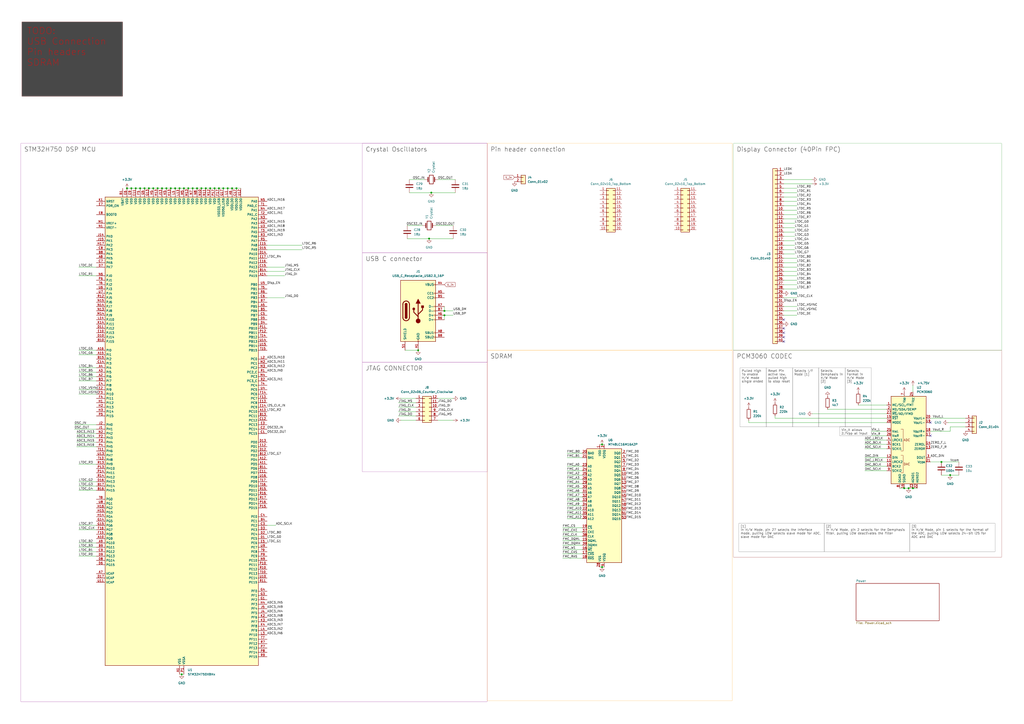
<source format=kicad_sch>
(kicad_sch (version 20231120) (generator "eeschema") (generator_version "8.0")
  (paper "A2")
  (lib_symbols
    (symbol "Audio:PCM3060"
      (property "Reference" "U" (at -9.398 26.67 0))
      (property "Value" "PCM3060" (at 8.89 26.67 0))
      (symbol "PCM3060_1_1"
        (text "ADC" (at -1.016 0 0) (effects (font (size 1.27 1.27))))
        (text "DAC" (at -1.016 -13.97 0) (effects (font (size 1.27 1.27))))
        (pin input line (at -12.7 20.32 0) (length 2.54) (name "MC/SCL/FMT") (number "1"))
        (pin bidirectional line (at -12.7 -15.24 0) (length 2.54) (name "BCK2") (number "10"))
        (pin bidirectional line (at -12.7 -12.7 0) (length 2.54) (name "LRCK2") (number "11"))
        (pin input line (at -12.7 -10.16 0) (length 2.54) (name "DIN") (number "12"))
        (pin output line (at 12.7 -5.08 180) (length 2.54) (name "ZEROR") (number "13"))
        (pin output line (at 12.7 -2.54 180) (length 2.54) (name "ZEROL") (number "14"))
        (pin input line (at -12.7 12.7 0) (length 2.54) (name "~{RST}") (number "15"))
        (pin power_in line (at -2.54 -27.94 90) (length 2.54) (name "SGND") (number "16"))
        (pin output line (at 12.7 2.54 180) (length 2.54) (name "V_{OUT}R-") (number "17"))
        (pin output line (at 12.7 5.08 180) (length 2.54) (name "V_{OUT}R+") (number "18"))
        (pin output line (at 12.7 10.16 180) (length 2.54) (name "V_{OUT}L-") (number "19"))
        (pin bidirectional line (at -12.7 17.78 0) (length 2.54) (name "MD/SDA/DEMP") (number "2"))
        (pin output line (at 12.7 12.7 180) (length 2.54) (name "V_{OUT}L+") (number "20"))
        (pin output line (at 12.7 -12.7 180) (length 2.54) (name "V_{COM}") (number "21"))
        (pin power_in line (at 5.08 -27.94 90) (length 2.54) (name "AGND2") (number "22"))
        (pin power_in line (at 2.54 -27.94 90) (length 2.54) (name "AGND1") (number "23"))
        (pin power_in line (at 2.54 27.94 270) (length 2.54) (name "V_{CC}") (number "24"))
        (pin input line (at -12.7 5.08 0) (length 2.54) (name "V_{IN}L") (number "25"))
        (pin input line (at -12.7 2.54 0) (length 2.54) (name "V_{IN}R") (number "26"))
        (pin input line (at -12.7 15.24 0) (length 2.54) (name "~{MS}/AD/IFMD") (number "27"))
        (pin input line (at -12.7 10.16 0) (length 2.54) (name "MODE") (number "28"))
        (pin output line (at 12.7 -10.16 180) (length 2.54) (name "DOUT") (number "3"))
        (pin bidirectional line (at -12.7 0 0) (length 2.54) (name "LRCK1") (number "4"))
        (pin bidirectional line (at -12.7 -2.54 0) (length 2.54) (name "BCK1") (number "5"))
        (pin input line (at -12.7 -5.08 0) (length 2.54) (name "SCKI1") (number "6"))
        (pin power_in line (at -2.54 27.94 270) (length 2.54) (name "V_{DD}") (number "7"))
        (pin power_in line (at -5.08 -27.94 90) (length 2.54) (name "DGND") (number "8"))
        (pin input line (at -12.7 -17.78 0) (length 2.54) (name "SCKI2") (number "9"))
      )
    )
    (symbol "Connector:USB_C_Receptacle_USB2.0_16P" (pin_names (offset 1.016))
      (property "Reference" "J" (at 0 22.225 0))
      (property "Value" "USB_C_Receptacle_USB2.0_16P" (at 0 19.685 0))
      (symbol "USB_C_Receptacle_USB2.0_16P_1_1"
        (pin passive line (at 0 -22.86 90) (length 5.08) (name "GND") (number "A1"))
        (pin passive line (at 0 -22.86 90) (length 5.08) hide (name "GND") (number "A12"))
        (pin passive line (at 15.24 15.24 180) (length 5.08) (name "VBUS") (number "A4"))
        (pin bidirectional line (at 15.24 10.16 180) (length 5.08) (name "CC1") (number "A5"))
        (pin bidirectional line (at 15.24 -2.54 180) (length 5.08) (name "D+") (number "A6"))
        (pin bidirectional line (at 15.24 2.54 180) (length 5.08) (name "D-") (number "A7"))
        (pin bidirectional line (at 15.24 -12.7 180) (length 5.08) (name "SBU1") (number "A8"))
        (pin passive line (at 15.24 15.24 180) (length 5.08) hide (name "VBUS") (number "A9"))
        (pin passive line (at 0 -22.86 90) (length 5.08) hide (name "GND") (number "B1"))
        (pin passive line (at 0 -22.86 90) (length 5.08) hide (name "GND") (number "B12"))
        (pin passive line (at 15.24 15.24 180) (length 5.08) hide (name "VBUS") (number "B4"))
        (pin bidirectional line (at 15.24 7.62 180) (length 5.08) (name "CC2") (number "B5"))
        (pin bidirectional line (at 15.24 -5.08 180) (length 5.08) (name "D+") (number "B6"))
        (pin bidirectional line (at 15.24 0 180) (length 5.08) (name "D-") (number "B7"))
        (pin bidirectional line (at 15.24 -15.24 180) (length 5.08) (name "SBU2") (number "B8"))
        (pin passive line (at 15.24 15.24 180) (length 5.08) hide (name "VBUS") (number "B9"))
        (pin passive line (at -7.62 -22.86 90) (length 5.08) (name "SHIELD") (number "S1"))
      )
    )
    (symbol "Connector_Generic:Conn_01x02" (pin_names (offset 1.016) hide)
      (property "Reference" "J" (at 0 2.54 0))
      (property "Value" "Conn_01x02" (at 0 -5.08 0))
      (symbol "Conn_01x02_1_1"
        (pin passive line (at -5.08 0 0) (length 3.81) (name "Pin_1") (number "1"))
        (pin passive line (at -5.08 -2.54 0) (length 3.81) (name "Pin_2") (number "2"))
      )
    )
    (symbol "Connector_Generic:Conn_01x04" (pin_names (offset 1.016) hide)
      (property "Reference" "J" (at 0 5.08 0))
      (property "Value" "Conn_01x04" (at 0 -7.62 0))
      (symbol "Conn_01x04_1_1"
        (pin passive line (at -5.08 2.54 0) (length 3.81) (name "Pin_1") (number "1"))
        (pin passive line (at -5.08 0 0) (length 3.81) (name "Pin_2") (number "2"))
        (pin passive line (at -5.08 -2.54 0) (length 3.81) (name "Pin_3") (number "3"))
        (pin passive line (at -5.08 -5.08 0) (length 3.81) (name "Pin_4") (number "4"))
      )
    )
    (symbol "Connector_Generic:Conn_01x40" (pin_names (offset 1.016) hide)
      (property "Reference" "J" (at 0 50.8 0))
      (property "Value" "Conn_01x40" (at 0 -53.34 0))
      (symbol "Conn_01x40_1_1"
        (pin passive line (at -5.08 48.26 0) (length 3.81) (name "Pin_1") (number "1"))
        (pin passive line (at -5.08 25.4 0) (length 3.81) (name "Pin_10") (number "10"))
        (pin passive line (at -5.08 22.86 0) (length 3.81) (name "Pin_11") (number "11"))
        (pin passive line (at -5.08 20.32 0) (length 3.81) (name "Pin_12") (number "12"))
        (pin passive line (at -5.08 17.78 0) (length 3.81) (name "Pin_13") (number "13"))
        (pin passive line (at -5.08 15.24 0) (length 3.81) (name "Pin_14") (number "14"))
        (pin passive line (at -5.08 12.7 0) (length 3.81) (name "Pin_15") (number "15"))
        (pin passive line (at -5.08 10.16 0) (length 3.81) (name "Pin_16") (number "16"))
        (pin passive line (at -5.08 7.62 0) (length 3.81) (name "Pin_17") (number "17"))
        (pin passive line (at -5.08 5.08 0) (length 3.81) (name "Pin_18") (number "18"))
        (pin passive line (at -5.08 2.54 0) (length 3.81) (name "Pin_19") (number "19"))
        (pin passive line (at -5.08 45.72 0) (length 3.81) (name "Pin_2") (number "2"))
        (pin passive line (at -5.08 0 0) (length 3.81) (name "Pin_20") (number "20"))
        (pin passive line (at -5.08 -2.54 0) (length 3.81) (name "Pin_21") (number "21"))
        (pin passive line (at -5.08 -5.08 0) (length 3.81) (name "Pin_22") (number "22"))
        (pin passive line (at -5.08 -7.62 0) (length 3.81) (name "Pin_23") (number "23"))
        (pin passive line (at -5.08 -10.16 0) (length 3.81) (name "Pin_24") (number "24"))
        (pin passive line (at -5.08 -12.7 0) (length 3.81) (name "Pin_25") (number "25"))
        (pin passive line (at -5.08 -15.24 0) (length 3.81) (name "Pin_26") (number "26"))
        (pin passive line (at -5.08 -17.78 0) (length 3.81) (name "Pin_27") (number "27"))
        (pin passive line (at -5.08 -20.32 0) (length 3.81) (name "Pin_28") (number "28"))
        (pin passive line (at -5.08 -22.86 0) (length 3.81) (name "Pin_29") (number "29"))
        (pin passive line (at -5.08 43.18 0) (length 3.81) (name "Pin_3") (number "3"))
        (pin passive line (at -5.08 -25.4 0) (length 3.81) (name "Pin_30") (number "30"))
        (pin passive line (at -5.08 -27.94 0) (length 3.81) (name "Pin_31") (number "31"))
        (pin passive line (at -5.08 -30.48 0) (length 3.81) (name "Pin_32") (number "32"))
        (pin passive line (at -5.08 -33.02 0) (length 3.81) (name "Pin_33") (number "33"))
        (pin passive line (at -5.08 -35.56 0) (length 3.81) (name "Pin_34") (number "34"))
        (pin passive line (at -5.08 -38.1 0) (length 3.81) (name "Pin_35") (number "35"))
        (pin passive line (at -5.08 -40.64 0) (length 3.81) (name "Pin_36") (number "36"))
        (pin passive line (at -5.08 -43.18 0) (length 3.81) (name "Pin_37") (number "37"))
        (pin passive line (at -5.08 -45.72 0) (length 3.81) (name "Pin_38") (number "38"))
        (pin passive line (at -5.08 -48.26 0) (length 3.81) (name "Pin_39") (number "39"))
        (pin passive line (at -5.08 40.64 0) (length 3.81) (name "Pin_4") (number "4"))
        (pin passive line (at -5.08 -50.8 0) (length 3.81) (name "Pin_40") (number "40"))
        (pin passive line (at -5.08 38.1 0) (length 3.81) (name "Pin_5") (number "5"))
        (pin passive line (at -5.08 35.56 0) (length 3.81) (name "Pin_6") (number "6"))
        (pin passive line (at -5.08 33.02 0) (length 3.81) (name "Pin_7") (number "7"))
        (pin passive line (at -5.08 30.48 0) (length 3.81) (name "Pin_8") (number "8"))
        (pin passive line (at -5.08 27.94 0) (length 3.81) (name "Pin_9") (number "9"))
      )
    )
    (symbol "Connector_Generic:Conn_02x06_Counter_Clockwise" (pin_names (offset 1.016) hide)
      (property "Reference" "J" (at 1.27 7.62 0))
      (property "Value" "Conn_02x06_Counter_Clockwise" (at 1.27 -10.16 0))
      (symbol "Conn_02x06_Counter_Clockwise_1_1"
        (pin passive line (at -5.08 5.08 0) (length 3.81) (name "Pin_1") (number "1"))
        (pin passive line (at 7.62 0 180) (length 3.81) (name "Pin_10") (number "10"))
        (pin passive line (at 7.62 2.54 180) (length 3.81) (name "Pin_11") (number "11"))
        (pin passive line (at 7.62 5.08 180) (length 3.81) (name "Pin_12") (number "12"))
        (pin passive line (at -5.08 2.54 0) (length 3.81) (name "Pin_2") (number "2"))
        (pin passive line (at -5.08 0 0) (length 3.81) (name "Pin_3") (number "3"))
        (pin passive line (at -5.08 -2.54 0) (length 3.81) (name "Pin_4") (number "4"))
        (pin passive line (at -5.08 -5.08 0) (length 3.81) (name "Pin_5") (number "5"))
        (pin passive line (at -5.08 -7.62 0) (length 3.81) (name "Pin_6") (number "6"))
        (pin passive line (at 7.62 -7.62 180) (length 3.81) (name "Pin_7") (number "7"))
        (pin passive line (at 7.62 -5.08 180) (length 3.81) (name "Pin_8") (number "8"))
        (pin passive line (at 7.62 -2.54 180) (length 3.81) (name "Pin_9") (number "9"))
      )
    )
    (symbol "Connector_Generic:Conn_02x10_Top_Bottom" (pin_names (offset 1.016) hide)
      (property "Reference" "J" (at 1.27 12.7 0))
      (property "Value" "Conn_02x10_Top_Bottom" (at 1.27 -15.24 0))
      (symbol "Conn_02x10_Top_Bottom_1_1"
        (pin passive line (at -5.08 10.16 0) (length 3.81) (name "Pin_1") (number "1"))
        (pin passive line (at -5.08 -12.7 0) (length 3.81) (name "Pin_10") (number "10"))
        (pin passive line (at 7.62 10.16 180) (length 3.81) (name "Pin_11") (number "11"))
        (pin passive line (at 7.62 7.62 180) (length 3.81) (name "Pin_12") (number "12"))
        (pin passive line (at 7.62 5.08 180) (length 3.81) (name "Pin_13") (number "13"))
        (pin passive line (at 7.62 2.54 180) (length 3.81) (name "Pin_14") (number "14"))
        (pin passive line (at 7.62 0 180) (length 3.81) (name "Pin_15") (number "15"))
        (pin passive line (at 7.62 -2.54 180) (length 3.81) (name "Pin_16") (number "16"))
        (pin passive line (at 7.62 -5.08 180) (length 3.81) (name "Pin_17") (number "17"))
        (pin passive line (at 7.62 -7.62 180) (length 3.81) (name "Pin_18") (number "18"))
        (pin passive line (at 7.62 -10.16 180) (length 3.81) (name "Pin_19") (number "19"))
        (pin passive line (at -5.08 7.62 0) (length 3.81) (name "Pin_2") (number "2"))
        (pin passive line (at 7.62 -12.7 180) (length 3.81) (name "Pin_20") (number "20"))
        (pin passive line (at -5.08 5.08 0) (length 3.81) (name "Pin_3") (number "3"))
        (pin passive line (at -5.08 2.54 0) (length 3.81) (name "Pin_4") (number "4"))
        (pin passive line (at -5.08 0 0) (length 3.81) (name "Pin_5") (number "5"))
        (pin passive line (at -5.08 -2.54 0) (length 3.81) (name "Pin_6") (number "6"))
        (pin passive line (at -5.08 -5.08 0) (length 3.81) (name "Pin_7") (number "7"))
        (pin passive line (at -5.08 -7.62 0) (length 3.81) (name "Pin_8") (number "8"))
        (pin passive line (at -5.08 -10.16 0) (length 3.81) (name "Pin_9") (number "9"))
      )
    )
    (symbol "Device:C" (pin_numbers hide) (pin_names (offset 0.254))
      (property "Reference" "C" (at 0.635 2.54 0))
      (property "Value" "C" (at 0.635 -2.54 0))
      (symbol "C_1_1"
        (pin passive line (at 0 3.81 270) (length 2.794) (name "~") (number "1"))
        (pin passive line (at 0 -3.81 90) (length 2.794) (name "~") (number "2"))
      )
    )
    (symbol "Device:Crystal" (pin_numbers hide) (pin_names (offset 1.016) hide)
      (property "Reference" "Y" (at 0 3.81 0))
      (property "Value" "Crystal" (at 0 -3.81 0))
      (symbol "Crystal_1_1"
        (pin passive line (at -3.81 0 0) (length 1.27) (name "1") (number "1"))
        (pin passive line (at 3.81 0 180) (length 1.27) (name "2") (number "2"))
      )
    )
    (symbol "Device:R" (pin_numbers hide) (pin_names (offset 0))
      (property "Reference" "R" (at 2.032 0 90))
      (property "Value" "R" (at 0 0 90))
      (symbol "R_1_1"
        (pin passive line (at 0 3.81 270) (length 1.27) (name "~") (number "1"))
        (pin passive line (at 0 -3.81 90) (length 1.27) (name "~") (number "2"))
      )
    )
    (symbol "MCU_ST_STM32H7:STM32H750XBHx"
      (property "Reference" "U" (at -43.18 138.43 0))
      (property "Value" "STM32H750XBHx" (at 38.1 138.43 0))
      (symbol "STM32H750XBHx_1_1"
        (pin power_in line (at 0 -139.7 90) (length 5.08) (name "VSS") (number "A1"))
        (pin bidirectional line (at -48.26 -60.96 0) (length 5.08) (name "PG9") (number "A10"))
        (pin bidirectional line (at 50.8 -17.78 180) (length 5.08) (name "PD5") (number "A11"))
        (pin bidirectional line (at 50.8 -15.24 180) (length 5.08) (name "PD4") (number "A12"))
        (pin bidirectional line (at 50.8 12.7 180) (length 5.08) (name "PC10") (number "A13"))
        (pin bidirectional line (at 50.8 91.44 180) (length 5.08) (name "PA15") (number "A14"))
        (pin bidirectional line (at -48.26 45.72 0) (length 5.08) (name "PI1") (number "A15"))
        (pin bidirectional line (at -48.26 48.26 0) (length 5.08) (name "PI0") (number "A16"))
        (pin passive line (at 0 -139.7 90) (length 5.08) hide (name "VSS") (number "A17"))
        (pin bidirectional line (at -48.26 33.02 0) (length 5.08) (name "PI6") (number "A2"))
        (pin bidirectional line (at -48.26 35.56 0) (length 5.08) (name "PI5") (number "A3"))
        (pin bidirectional line (at -48.26 38.1 0) (length 5.08) (name "PI4") (number "A4"))
        (pin bidirectional line (at 50.8 73.66 180) (length 5.08) (name "PB5") (number "A5"))
        (pin power_in line (at 30.48 142.24 270) (length 5.08) (name "VDDLDO") (number "A6"))
        (pin power_out line (at -48.26 -81.28 0) (length 5.08) (name "VCAP") (number "A7"))
        (pin bidirectional line (at -48.26 101.6 0) (length 5.08) (name "PK5") (number "A8"))
        (pin bidirectional line (at -48.26 -63.5 0) (length 5.08) (name "PG10") (number "A9"))
        (pin power_in line (at -33.02 142.24 270) (length 5.08) (name "VBAT") (number "B1"))
        (pin bidirectional line (at -48.26 53.34 0) (length 5.08) (name "PJ15") (number "B10"))
        (pin bidirectional line (at 50.8 -20.32 180) (length 5.08) (name "PD6") (number "B11"))
        (pin bidirectional line (at 50.8 -12.7 180) (length 5.08) (name "PD3") (number "B12"))
        (pin bidirectional line (at 50.8 10.16 180) (length 5.08) (name "PC11") (number "B13"))
        (pin bidirectional line (at 50.8 93.98 180) (length 5.08) (name "PA14") (number "B14"))
        (pin bidirectional line (at -48.26 43.18 0) (length 5.08) (name "PI2") (number "B15"))
        (pin bidirectional line (at -48.26 -33.02 0) (length 5.08) (name "PH15") (number "B16"))
        (pin bidirectional line (at -48.26 -30.48 0) (length 5.08) (name "PH14") (number "B17"))
        (pin passive line (at 0 -139.7 90) (length 5.08) hide (name "VSS") (number "B2"))
        (pin bidirectional line (at -48.26 30.48 0) (length 5.08) (name "PI7") (number "B3"))
        (pin bidirectional line (at 50.8 -50.8 180) (length 5.08) (name "PE1") (number "B4"))
        (pin bidirectional line (at 50.8 71.12 180) (length 5.08) (name "PB6") (number "B5"))
        (pin passive line (at 0 -139.7 90) (length 5.08) hide (name "VSS") (number "B6"))
        (pin bidirectional line (at 50.8 76.2 180) (length 5.08) (name "PB4") (number "B7"))
        (pin bidirectional line (at -48.26 104.14 0) (length 5.08) (name "PK4") (number "B8"))
        (pin bidirectional line (at -48.26 -66.04 0) (length 5.08) (name "PG11") (number "B9"))
        (pin bidirectional line (at 50.8 0 180) (length 5.08) (name "PC15") (number "C1"))
        (pin passive line (at 0 -139.7 90) (length 5.08) hide (name "VSS") (number "C10"))
        (pin bidirectional line (at 50.8 -22.86 180) (length 5.08) (name "PD7") (number "C11"))
        (pin bidirectional line (at 50.8 7.62 180) (length 5.08) (name "PC12") (number "C12"))
        (pin passive line (at 0 -139.7 90) (length 5.08) hide (name "VSS") (number "C13"))
        (pin bidirectional line (at -48.26 40.64 0) (length 5.08) (name "PI3") (number "C14"))
        (pin bidirectional line (at 50.8 96.52 180) (length 5.08) (name "PA13") (number "C15"))
        (pin passive line (at 0 -139.7 90) (length 5.08) hide (name "VSS") (number "C16"))
        (pin power_in line (at 33.02 142.24 270) (length 5.08) (name "VDDLDO") (number "C17"))
        (pin bidirectional line (at 50.8 2.54 180) (length 5.08) (name "PC14") (number "C2"))
        (pin bidirectional line (at 50.8 -53.34 180) (length 5.08) (name "PE2") (number "C3"))
        (pin bidirectional line (at 50.8 -48.26 180) (length 5.08) (name "PE0") (number "C4"))
        (pin bidirectional line (at 50.8 68.58 180) (length 5.08) (name "PB7") (number "C5"))
        (pin bidirectional line (at 50.8 78.74 180) (length 5.08) (name "PB3") (number "C6"))
        (pin bidirectional line (at -48.26 99.06 0) (length 5.08) (name "PK6") (number "C7"))
        (pin bidirectional line (at -48.26 106.68 0) (length 5.08) (name "PK3") (number "C8"))
        (pin bidirectional line (at -48.26 -68.58 0) (length 5.08) (name "PG12") (number "C9"))
        (pin bidirectional line (at 50.8 -60.96 180) (length 5.08) (name "PE5") (number "D1"))
        (pin bidirectional line (at -48.26 55.88 0) (length 5.08) (name "PJ14") (number "D10"))
        (pin bidirectional line (at -48.26 60.96 0) (length 5.08) (name "PJ12") (number "D11"))
        (pin bidirectional line (at 50.8 -10.16 180) (length 5.08) (name "PD2") (number "D12"))
        (pin bidirectional line (at 50.8 -5.08 180) (length 5.08) (name "PD0") (number "D13"))
        (pin bidirectional line (at 50.8 104.14 180) (length 5.08) (name "PA10") (number "D14"))
        (pin bidirectional line (at 50.8 106.68 180) (length 5.08) (name "PA9") (number "D15"))
        (pin bidirectional line (at -48.26 -27.94 0) (length 5.08) (name "PH13") (number "D16"))
        (pin power_out line (at -48.26 -83.82 0) (length 5.08) (name "VCAP") (number "D17"))
        (pin bidirectional line (at 50.8 -58.42 180) (length 5.08) (name "PE4") (number "D2"))
        (pin bidirectional line (at 50.8 -55.88 180) (length 5.08) (name "PE3") (number "D3"))
        (pin bidirectional line (at 50.8 63.5 180) (length 5.08) (name "PB9") (number "D4"))
        (pin bidirectional line (at 50.8 66.04 180) (length 5.08) (name "PB8") (number "D5"))
        (pin bidirectional line (at -48.26 -76.2 0) (length 5.08) (name "PG15") (number "D6"))
        (pin bidirectional line (at -48.26 96.52 0) (length 5.08) (name "PK7") (number "D7"))
        (pin bidirectional line (at -48.26 -73.66 0) (length 5.08) (name "PG14") (number "D8"))
        (pin bidirectional line (at -48.26 -71.12 0) (length 5.08) (name "PG13") (number "D9"))
        (pin no_connect line (at -43.18 -134.62 0) (length 5.08) hide (name "NC") (number "E1"))
        (pin bidirectional line (at -48.26 58.42 0) (length 5.08) (name "PJ13") (number "E10"))
        (pin power_in line (at -25.4 142.24 270) (length 5.08) (name "VDD") (number "E11"))
        (pin bidirectional line (at 50.8 -7.62 180) (length 5.08) (name "PD1") (number "E12"))
        (pin bidirectional line (at 50.8 17.78 180) (length 5.08) (name "PC8") (number "E13"))
        (pin bidirectional line (at 50.8 15.24 180) (length 5.08) (name "PC9") (number "E14"))
        (pin bidirectional line (at 50.8 109.22 180) (length 5.08) (name "PA8") (number "E15"))
        (pin bidirectional line (at 50.8 99.06 180) (length 5.08) (name "PA12") (number "E16"))
        (pin bidirectional line (at 50.8 101.6 180) (length 5.08) (name "PA11") (number "E17"))
        (pin bidirectional line (at -48.26 25.4 0) (length 5.08) (name "PI9") (number "E2"))
        (pin bidirectional line (at 50.8 5.08 180) (length 5.08) (name "PC13") (number "E3"))
        (pin bidirectional line (at -48.26 27.94 0) (length 5.08) (name "PI8") (number "E4"))
        (pin bidirectional line (at 50.8 -63.5 180) (length 5.08) (name "PE6") (number "E5"))
        (pin power_in line (at -30.48 142.24 270) (length 5.08) (name "VDD") (number "E6"))
        (pin input line (at -48.26 132.08 0) (length 5.08) (name "PDR_ON") (number "E7"))
        (pin input line (at -48.26 127 0) (length 5.08) (name "BOOT0") (number "E8"))
        (pin power_in line (at -27.94 142.24 270) (length 5.08) (name "VDD") (number "E9"))
        (pin passive line (at 0 -139.7 90) (length 5.08) hide (name "VSS") (number "F1"))
        (pin bidirectional line (at 50.8 20.32 180) (length 5.08) (name "PC7") (number "F13"))
        (pin bidirectional line (at 50.8 22.86 180) (length 5.08) (name "PC6") (number "F14"))
        (pin bidirectional line (at -48.26 -58.42 0) (length 5.08) (name "PG8") (number "F15"))
        (pin bidirectional line (at -48.26 -55.88 0) (length 5.08) (name "PG7") (number "F16"))
        (pin power_in line (at 22.86 142.24 270) (length 5.08) (name "VDD33_USB") (number "F17"))
        (pin passive line (at 0 -139.7 90) (length 5.08) hide (name "VSS") (number "F2"))
        (pin bidirectional line (at -48.26 22.86 0) (length 5.08) (name "PI10") (number "F3"))
        (pin bidirectional line (at -48.26 20.32 0) (length 5.08) (name "PI11") (number "F4"))
        (pin power_in line (at -22.86 142.24 270) (length 5.08) (name "VDD") (number "F5"))
        (pin bidirectional line (at 50.8 -96.52 180) (length 5.08) (name "PF2") (number "G1"))
        (pin passive line (at 0 -139.7 90) (length 5.08) hide (name "VSS") (number "G10"))
        (pin passive line (at 0 -139.7 90) (length 5.08) hide (name "VSS") (number "G11"))
        (pin power_in line (at -17.78 142.24 270) (length 5.08) (name "VDD") (number "G13"))
        (pin bidirectional line (at -48.26 -50.8 0) (length 5.08) (name "PG5") (number "G14"))
        (pin bidirectional line (at -48.26 -53.34 0) (length 5.08) (name "PG6") (number "G15"))
        (pin passive line (at 0 -139.7 90) (length 5.08) hide (name "VSS") (number "G16"))
        (pin power_in line (at 25.4 142.24 270) (length 5.08) (name "VDD50_USB") (number "G17"))
        (pin passive line (at 0 -139.7 90) (length 5.08) hide (name "VSS") (number "G2"))
        (pin bidirectional line (at 50.8 -93.98 180) (length 5.08) (name "PF1") (number "G3"))
        (pin bidirectional line (at 50.8 -91.44 180) (length 5.08) (name "PF0") (number "G4"))
        (pin power_in line (at -20.32 142.24 270) (length 5.08) (name "VDD") (number "G5"))
        (pin passive line (at 0 -139.7 90) (length 5.08) hide (name "VSS") (number "G7"))
        (pin passive line (at 0 -139.7 90) (length 5.08) hide (name "VSS") (number "G8"))
        (pin passive line (at 0 -139.7 90) (length 5.08) hide (name "VSS") (number "G9"))
        (pin bidirectional line (at -48.26 17.78 0) (length 5.08) (name "PI12") (number "H1"))
        (pin passive line (at 0 -139.7 90) (length 5.08) hide (name "VSS") (number "H10"))
        (pin passive line (at 0 -139.7 90) (length 5.08) hide (name "VSS") (number "H11"))
        (pin power_in line (at -12.7 142.24 270) (length 5.08) (name "VDD") (number "H13"))
        (pin bidirectional line (at -48.26 -48.26 0) (length 5.08) (name "PG4") (number "H14"))
        (pin bidirectional line (at -48.26 -45.72 0) (length 5.08) (name "PG3") (number "H15"))
        (pin bidirectional line (at -48.26 -43.18 0) (length 5.08) (name "PG2") (number "H16"))
        (pin bidirectional line (at -48.26 109.22 0) (length 5.08) (name "PK2") (number "H17"))
        (pin bidirectional line (at -48.26 15.24 0) (length 5.08) (name "PI13") (number "H2"))
        (pin bidirectional line (at -48.26 12.7 0) (length 5.08) (name "PI14") (number "H3"))
        (pin bidirectional line (at 50.8 -99.06 180) (length 5.08) (name "PF3") (number "H4"))
        (pin power_in line (at -15.24 142.24 270) (length 5.08) (name "VDD") (number "H5"))
        (pin passive line (at 0 -139.7 90) (length 5.08) hide (name "VSS") (number "H7"))
        (pin passive line (at 0 -139.7 90) (length 5.08) hide (name "VSS") (number "H8"))
        (pin passive line (at 0 -139.7 90) (length 5.08) hide (name "VSS") (number "H9"))
        (pin bidirectional line (at -48.26 2.54 0) (length 5.08) (name "PH1") (number "J1"))
        (pin passive line (at 0 -139.7 90) (length 5.08) hide (name "VSS") (number "J10"))
        (pin passive line (at 0 -139.7 90) (length 5.08) hide (name "VSS") (number "J11"))
        (pin power_in line (at -10.16 142.24 270) (length 5.08) (name "VDD") (number "J13"))
        (pin bidirectional line (at -48.26 114.3 0) (length 5.08) (name "PK0") (number "J14"))
        (pin bidirectional line (at -48.26 111.76 0) (length 5.08) (name "PK1") (number "J15"))
        (pin passive line (at 0 -139.7 90) (length 5.08) hide (name "VSS") (number "J16"))
        (pin passive line (at 0 -139.7 90) (length 5.08) hide (name "VSS") (number "J17"))
        (pin bidirectional line (at -48.26 5.08 0) (length 5.08) (name "PH0") (number "J2"))
        (pin passive line (at 0 -139.7 90) (length 5.08) hide (name "VSS") (number "J3"))
        (pin bidirectional line (at 50.8 -104.14 180) (length 5.08) (name "PF5") (number "J4"))
        (pin bidirectional line (at 50.8 -101.6 180) (length 5.08) (name "PF4") (number "J5"))
        (pin passive line (at 0 -139.7 90) (length 5.08) hide (name "VSS") (number "J7"))
        (pin passive line (at 0 -139.7 90) (length 5.08) hide (name "VSS") (number "J8"))
        (pin passive line (at 0 -139.7 90) (length 5.08) hide (name "VSS") (number "J9"))
        (pin input line (at -48.26 134.62 0) (length 5.08) (name "NRST") (number "K1"))
        (pin passive line (at 0 -139.7 90) (length 5.08) hide (name "VSS") (number "K10"))
        (pin passive line (at 0 -139.7 90) (length 5.08) hide (name "VSS") (number "K11"))
        (pin power_in line (at -5.08 142.24 270) (length 5.08) (name "VDD") (number "K13"))
        (pin bidirectional line (at -48.26 63.5 0) (length 5.08) (name "PJ11") (number "K14"))
        (pin passive line (at 0 -139.7 90) (length 5.08) hide (name "VSS") (number "K15"))
        (pin no_connect line (at -43.18 -132.08 0) (length 5.08) hide (name "NC") (number "K16"))
        (pin no_connect line (at -43.18 -129.54 0) (length 5.08) hide (name "NC") (number "K17"))
        (pin bidirectional line (at 50.8 -106.68 180) (length 5.08) (name "PF6") (number "K2"))
        (pin bidirectional line (at 50.8 -109.22 180) (length 5.08) (name "PF7") (number "K3"))
        (pin bidirectional line (at 50.8 -111.76 180) (length 5.08) (name "PF8") (number "K4"))
        (pin power_in line (at -7.62 142.24 270) (length 5.08) (name "VDD") (number "K5"))
        (pin passive line (at 0 -139.7 90) (length 5.08) hide (name "VSS") (number "K7"))
        (pin passive line (at 0 -139.7 90) (length 5.08) hide (name "VSS") (number "K8"))
        (pin passive line (at 0 -139.7 90) (length 5.08) hide (name "VSS") (number "K9"))
        (pin power_in line (at 27.94 142.24 270) (length 5.08) (name "VDDA") (number "L1"))
        (pin passive line (at 0 -139.7 90) (length 5.08) hide (name "VSS") (number "L10"))
        (pin passive line (at 0 -139.7 90) (length 5.08) hide (name "VSS") (number "L11"))
        (pin power_in line (at 0 142.24 270) (length 5.08) (name "VDD") (number "L13"))
        (pin bidirectional line (at -48.26 66.04 0) (length 5.08) (name "PJ10") (number "L14"))
        (pin passive line (at 0 -139.7 90) (length 5.08) hide (name "VSS") (number "L15"))
        (pin no_connect line (at -43.18 -127 0) (length 5.08) hide (name "NC") (number "L16"))
        (pin no_connect line (at -43.18 -124.46 0) (length 5.08) hide (name "NC") (number "L17"))
        (pin bidirectional line (at 50.8 43.18 180) (length 5.08) (name "PC0") (number "L2"))
        (pin bidirectional line (at 50.8 -116.84 180) (length 5.08) (name "PF10") (number "L3"))
        (pin bidirectional line (at 50.8 -114.3 180) (length 5.08) (name "PF9") (number "L4"))
        (pin power_in line (at -2.54 142.24 270) (length 5.08) (name "VDD") (number "L5"))
        (pin passive line (at 0 -139.7 90) (length 5.08) hide (name "VSS") (number "L7"))
        (pin passive line (at 0 -139.7 90) (length 5.08) hide (name "VSS") (number "L8"))
        (pin passive line (at 0 -139.7 90) (length 5.08) hide (name "VSS") (number "L9"))
        (pin input line (at -48.26 121.92 0) (length 5.08) (name "VREF+") (number "M1"))
        (pin power_in line (at 5.08 142.24 270) (length 5.08) (name "VDD") (number "M13"))
        (pin bidirectional line (at -48.26 68.58 0) (length 5.08) (name "PJ9") (number "M14"))
        (pin passive line (at 0 -139.7 90) (length 5.08) hide (name "VSS") (number "M15"))
        (pin no_connect line (at -43.18 -121.92 0) (length 5.08) hide (name "NC") (number "M16"))
        (pin no_connect line (at -43.18 -119.38 0) (length 5.08) hide (name "NC") (number "M17"))
        (pin bidirectional line (at 50.8 40.64 180) (length 5.08) (name "PC1") (number "M2"))
        (pin bidirectional line (at 50.8 38.1 180) (length 5.08) (name "PC2") (number "M3"))
        (pin bidirectional line (at 50.8 33.02 180) (length 5.08) (name "PC3") (number "M4"))
        (pin power_in line (at 2.54 142.24 270) (length 5.08) (name "VDD") (number "M5"))
        (pin input line (at -48.26 119.38 0) (length 5.08) (name "VREF-") (number "N1"))
        (pin power_in line (at 12.7 142.24 270) (length 5.08) (name "VDD") (number "N10"))
        (pin power_in line (at 15.24 142.24 270) (length 5.08) (name "VDD") (number "N11"))
        (pin power_in line (at 17.78 142.24 270) (length 5.08) (name "VDD") (number "N12"))
        (pin bidirectional line (at -48.26 71.12 0) (length 5.08) (name "PJ8") (number "N13"))
        (pin bidirectional line (at -48.26 73.66 0) (length 5.08) (name "PJ7") (number "N14"))
        (pin bidirectional line (at -48.26 76.2 0) (length 5.08) (name "PJ6") (number "N15"))
        (pin passive line (at 0 -139.7 90) (length 5.08) hide (name "VSS") (number "N16"))
        (pin no_connect line (at -43.18 -116.84 0) (length 5.08) hide (name "NC") (number "N17"))
        (pin bidirectional line (at -48.26 0 0) (length 5.08) (name "PH2") (number "N2"))
        (pin bidirectional line (at 50.8 124.46 180) (length 5.08) (name "PA2") (number "N3"))
        (pin bidirectional line (at 50.8 129.54 180) (length 5.08) (name "PA1") (number "N4"))
        (pin bidirectional line (at 50.8 134.62 180) (length 5.08) (name "PA0") (number "N5"))
        (pin bidirectional line (at -48.26 91.44 0) (length 5.08) (name "PJ0") (number "N6"))
        (pin power_in line (at 7.62 142.24 270) (length 5.08) (name "VDD") (number "N7"))
        (pin power_in line (at 10.16 142.24 270) (length 5.08) (name "VDD") (number "N8"))
        (pin bidirectional line (at 50.8 -73.66 180) (length 5.08) (name "PE10") (number "N9"))
        (pin power_in line (at 2.54 -139.7 90) (length 5.08) (name "VSSA") (number "P1"))
        (pin bidirectional line (at 50.8 -76.2 180) (length 5.08) (name "PE11") (number "P10"))
        (pin bidirectional line (at 50.8 60.96 180) (length 5.08) (name "PB10") (number "P11"))
        (pin bidirectional line (at 50.8 58.42 180) (length 5.08) (name "PB11") (number "P12"))
        (pin bidirectional line (at -48.26 -20.32 0) (length 5.08) (name "PH10") (number "P13"))
        (pin bidirectional line (at -48.26 -22.86 0) (length 5.08) (name "PH11") (number "P14"))
        (pin bidirectional line (at 50.8 -43.18 180) (length 5.08) (name "PD15") (number "P15"))
        (pin bidirectional line (at 50.8 -40.64 180) (length 5.08) (name "PD14") (number "P16"))
        (pin power_in line (at 20.32 142.24 270) (length 5.08) (name "VDD") (number "P17"))
        (pin bidirectional line (at -48.26 -2.54 0) (length 5.08) (name "PH3") (number "P2"))
        (pin bidirectional line (at -48.26 -5.08 0) (length 5.08) (name "PH4") (number "P3"))
        (pin bidirectional line (at -48.26 -7.62 0) (length 5.08) (name "PH5") (number "P4"))
        (pin bidirectional line (at -48.26 10.16 0) (length 5.08) (name "PI15") (number "P5"))
        (pin bidirectional line (at -48.26 88.9 0) (length 5.08) (name "PJ1") (number "P6"))
        (pin bidirectional line (at 50.8 -124.46 180) (length 5.08) (name "PF13") (number "P7"))
        (pin bidirectional line (at 50.8 -127 180) (length 5.08) (name "PF14") (number "P8"))
        (pin bidirectional line (at 50.8 -71.12 180) (length 5.08) (name "PE9") (number "P9"))
        (pin bidirectional line (at 50.8 35.56 180) (length 5.08) (name "PC2_C") (number "R1"))
        (pin bidirectional line (at 50.8 -78.74 180) (length 5.08) (name "PE12") (number "R10"))
        (pin bidirectional line (at 50.8 -86.36 180) (length 5.08) (name "PE15") (number "R11"))
        (pin bidirectional line (at -48.26 78.74 0) (length 5.08) (name "PJ5") (number "R12"))
        (pin bidirectional line (at -48.26 -17.78 0) (length 5.08) (name "PH9") (number "R13"))
        (pin bidirectional line (at -48.26 -25.4 0) (length 5.08) (name "PH12") (number "R14"))
        (pin bidirectional line (at 50.8 -33.02 180) (length 5.08) (name "PD11") (number "R15"))
        (pin bidirectional line (at 50.8 -35.56 180) (length 5.08) (name "PD12") (number "R16"))
        (pin bidirectional line (at 50.8 -38.1 180) (length 5.08) (name "PD13") (number "R17"))
        (pin bidirectional line (at 50.8 30.48 180) (length 5.08) (name "PC3_C") (number "R2"))
        (pin bidirectional line (at 50.8 114.3 180) (length 5.08) (name "PA6") (number "R3"))
        (pin passive line (at 0 -139.7 90) (length 5.08) hide (name "VSS") (number "R4"))
        (pin bidirectional line (at 50.8 111.76 180) (length 5.08) (name "PA7") (number "R5"))
        (pin bidirectional line (at 50.8 81.28 180) (length 5.08) (name "PB2") (number "R6"))
        (pin bidirectional line (at 50.8 -121.92 180) (length 5.08) (name "PF12") (number "R7"))
        (pin passive line (at 0 -139.7 90) (length 5.08) hide (name "VSS") (number "R8"))
        (pin bidirectional line (at 50.8 -129.54 180) (length 5.08) (name "PF15") (number "R9"))
        (pin bidirectional line (at 50.8 132.08 180) (length 5.08) (name "PA0_C") (number "T1"))
        (pin bidirectional line (at 50.8 -81.28 180) (length 5.08) (name "PE13") (number "T10"))
        (pin bidirectional line (at -48.26 -10.16 0) (length 5.08) (name "PH6") (number "T11"))
        (pin passive line (at 0 -139.7 90) (length 5.08) hide (name "VSS") (number "T12"))
        (pin bidirectional line (at -48.26 -15.24 0) (length 5.08) (name "PH8") (number "T13"))
        (pin bidirectional line (at 50.8 55.88 180) (length 5.08) (name "PB12") (number "T14"))
        (pin bidirectional line (at 50.8 48.26 180) (length 5.08) (name "PB15") (number "T15"))
        (pin bidirectional line (at 50.8 -30.48 180) (length 5.08) (name "PD10") (number "T16"))
        (pin bidirectional line (at 50.8 -27.94 180) (length 5.08) (name "PD9") (number "T17"))
        (pin bidirectional line (at 50.8 127 180) (length 5.08) (name "PA1_C") (number "T2"))
        (pin bidirectional line (at 50.8 116.84 180) (length 5.08) (name "PA5") (number "T3"))
        (pin bidirectional line (at 50.8 27.94 180) (length 5.08) (name "PC4") (number "T4"))
        (pin bidirectional line (at 50.8 83.82 180) (length 5.08) (name "PB1") (number "T5"))
        (pin bidirectional line (at -48.26 86.36 0) (length 5.08) (name "PJ2") (number "T6"))
        (pin bidirectional line (at 50.8 -119.38 180) (length 5.08) (name "PF11") (number "T7"))
        (pin bidirectional line (at -48.26 -38.1 0) (length 5.08) (name "PG0") (number "T8"))
        (pin bidirectional line (at 50.8 -68.58 180) (length 5.08) (name "PE8") (number "T9"))
        (pin passive line (at 0 -139.7 90) (length 5.08) hide (name "VSS") (number "U1"))
        (pin bidirectional line (at 50.8 -83.82 180) (length 5.08) (name "PE14") (number "U10"))
        (pin power_out line (at -48.26 -86.36 0) (length 5.08) (name "VCAP") (number "U11"))
        (pin power_in line (at 35.56 142.24 270) (length 5.08) (name "VDDLDO") (number "U12"))
        (pin bidirectional line (at -48.26 -12.7 0) (length 5.08) (name "PH7") (number "U13"))
        (pin bidirectional line (at 50.8 53.34 180) (length 5.08) (name "PB13") (number "U14"))
        (pin bidirectional line (at 50.8 50.8 180) (length 5.08) (name "PB14") (number "U15"))
        (pin bidirectional line (at 50.8 -25.4 180) (length 5.08) (name "PD8") (number "U16"))
        (pin passive line (at 0 -139.7 90) (length 5.08) hide (name "VSS") (number "U17"))
        (pin bidirectional line (at 50.8 121.92 180) (length 5.08) (name "PA3") (number "U2"))
        (pin bidirectional line (at 50.8 119.38 180) (length 5.08) (name "PA4") (number "U3"))
        (pin bidirectional line (at 50.8 25.4 180) (length 5.08) (name "PC5") (number "U4"))
        (pin bidirectional line (at 50.8 86.36 180) (length 5.08) (name "PB0") (number "U5"))
        (pin bidirectional line (at -48.26 83.82 0) (length 5.08) (name "PJ3") (number "U6"))
        (pin bidirectional line (at -48.26 81.28 0) (length 5.08) (name "PJ4") (number "U7"))
        (pin bidirectional line (at -48.26 -40.64 0) (length 5.08) (name "PG1") (number "U8"))
        (pin bidirectional line (at 50.8 -66.04 180) (length 5.08) (name "PE7") (number "U9"))
      )
    )
    (symbol "Memory_RAM:MT48LC16M16A2P"
      (property "Reference" "U" (at -8.89 34.29 0))
      (property "Value" "MT48LC16M16A2P" (at 8.89 34.29 0))
      (symbol "MT48LC16M16A2P_1_1"
        (pin power_in line (at -2.54 35.56 270) (length 2.54) (name "VDD") (number "1"))
        (pin bidirectional line (at 12.7 17.78 180) (length 2.54) (name "DQ5") (number "10"))
        (pin bidirectional line (at 12.7 15.24 180) (length 2.54) (name "DQ6") (number "11"))
        (pin passive line (at 0 -35.56 90) (length 2.54) hide (name "VSSQ") (number "12"))
        (pin bidirectional line (at 12.7 12.7 180) (length 2.54) (name "DQ7") (number "13"))
        (pin passive line (at -2.54 35.56 270) (length 2.54) hide (name "VDD") (number "14"))
        (pin input line (at -12.7 -20.32 0) (length 2.54) (name "DQML") (number "15"))
        (pin input line (at -12.7 -25.4 0) (length 2.54) (name "~{WE}") (number "16"))
        (pin input line (at -12.7 -27.94 0) (length 2.54) (name "~{CAS}") (number "17"))
        (pin input line (at -12.7 -30.48 0) (length 2.54) (name "~{RAS}") (number "18"))
        (pin input line (at -12.7 -12.7 0) (length 2.54) (name "~{CS}") (number "19"))
        (pin bidirectional line (at 12.7 30.48 180) (length 2.54) (name "DQ0") (number "2"))
        (pin input line (at -12.7 30.48 0) (length 2.54) (name "BA0") (number "20"))
        (pin input line (at -12.7 27.94 0) (length 2.54) (name "BA1") (number "21"))
        (pin input line (at -12.7 -2.54 0) (length 2.54) (name "A10") (number "22"))
        (pin input line (at -12.7 22.86 0) (length 2.54) (name "A0") (number "23"))
        (pin input line (at -12.7 20.32 0) (length 2.54) (name "A1") (number "24"))
        (pin input line (at -12.7 17.78 0) (length 2.54) (name "A2") (number "25"))
        (pin input line (at -12.7 15.24 0) (length 2.54) (name "A3") (number "26"))
        (pin passive line (at -2.54 35.56 270) (length 2.54) hide (name "VDD") (number "27"))
        (pin power_in line (at -2.54 -35.56 90) (length 2.54) (name "VSS") (number "28"))
        (pin input line (at -12.7 12.7 0) (length 2.54) (name "A4") (number "29"))
        (pin power_in line (at 0 35.56 270) (length 2.54) (name "VDDQ") (number "3"))
        (pin input line (at -12.7 10.16 0) (length 2.54) (name "A5") (number "30"))
        (pin input line (at -12.7 7.62 0) (length 2.54) (name "A6") (number "31"))
        (pin input line (at -12.7 5.08 0) (length 2.54) (name "A7") (number "32"))
        (pin input line (at -12.7 2.54 0) (length 2.54) (name "A8") (number "33"))
        (pin input line (at -12.7 0 0) (length 2.54) (name "A9") (number "34"))
        (pin input line (at -12.7 -5.08 0) (length 2.54) (name "A11") (number "35"))
        (pin input line (at -12.7 -7.62 0) (length 2.54) (name "A12") (number "36"))
        (pin input line (at -12.7 -15.24 0) (length 2.54) (name "CKE") (number "37"))
        (pin input line (at -12.7 -17.78 0) (length 2.54) (name "CLK") (number "38"))
        (pin input line (at -12.7 -22.86 0) (length 2.54) (name "DQMH") (number "39"))
        (pin bidirectional line (at 12.7 27.94 180) (length 2.54) (name "DQ1") (number "4"))
        (pin no_connect line (at 10.16 -20.32 180) (length 2.54) hide (name "NC") (number "40"))
        (pin passive line (at -2.54 -35.56 90) (length 2.54) hide (name "VSS") (number "41"))
        (pin bidirectional line (at 12.7 10.16 180) (length 2.54) (name "DQ8") (number "42"))
        (pin passive line (at 0 35.56 270) (length 2.54) hide (name "VDDQ") (number "43"))
        (pin bidirectional line (at 12.7 7.62 180) (length 2.54) (name "DQ9") (number "44"))
        (pin bidirectional line (at 12.7 5.08 180) (length 2.54) (name "DQ10") (number "45"))
        (pin passive line (at 0 -35.56 90) (length 2.54) hide (name "VSSQ") (number "46"))
        (pin bidirectional line (at 12.7 2.54 180) (length 2.54) (name "DQ11") (number "47"))
        (pin bidirectional line (at 12.7 0 180) (length 2.54) (name "DQ12") (number "48"))
        (pin passive line (at 0 35.56 270) (length 2.54) hide (name "VDDQ") (number "49"))
        (pin bidirectional line (at 12.7 25.4 180) (length 2.54) (name "DQ2") (number "5"))
        (pin bidirectional line (at 12.7 -2.54 180) (length 2.54) (name "DQ13") (number "50"))
        (pin bidirectional line (at 12.7 -5.08 180) (length 2.54) (name "DQ14") (number "51"))
        (pin passive line (at 0 -35.56 90) (length 2.54) hide (name "VSSQ") (number "52"))
        (pin bidirectional line (at 12.7 -7.62 180) (length 2.54) (name "DQ15") (number "53"))
        (pin passive line (at -2.54 -35.56 90) (length 2.54) hide (name "VSS") (number "54"))
        (pin power_in line (at 0 -35.56 90) (length 2.54) (name "VSSQ") (number "6"))
        (pin bidirectional line (at 12.7 22.86 180) (length 2.54) (name "DQ3") (number "7"))
        (pin bidirectional line (at 12.7 20.32 180) (length 2.54) (name "DQ4") (number "8"))
        (pin passive line (at 0 35.56 270) (length 2.54) hide (name "VDDQ") (number "9"))
      )
    )
    (symbol "power:+3.3V" (power) (pin_numbers hide) (pin_names (offset 0) hide)
      (property "Value" "+3.3V" (at 0 3.556 0))
      (symbol "+3.3V_1_1"
        (pin power_in line (at 0 0 90) (length 0) (name "~") (number "1"))
      )
    )
    (symbol "power:GND" (power) (pin_numbers hide) (pin_names (offset 0) hide)
      (property "Value" "GND" (at 0 -3.81 0))
      (symbol "GND_1_1"
        (pin power_in line (at 0 0 270) (length 0) (name "~") (number "1"))
      )
    )
  )
  (junction (at 529.59 283.21))
  (junction (at 257.81 180.34))
  (junction (at 99.06 109.22))
  (junction (at 137.16 109.22))
  (junction (at 524.51 283.21))
  (junction (at 101.6 109.22))
  (junction (at 134.62 109.22))
  (junction (at 121.92 109.22))
  (junction (at 96.52 109.22))
  (junction (at 105.41 391.16))
  (junction (at 83.82 109.22))
  (junction (at 116.84 109.22))
  (junction (at 129.54 109.22))
  (junction (at 88.9 109.22))
  (junction (at 93.98 109.22))
  (junction (at 527.05 283.21))
  (junction (at 111.76 109.22))
  (junction (at 78.74 109.22))
  (junction (at 132.08 109.22))
  (junction (at 349.25 257.81))
  (junction (at 248.92 138.43))
  (junction (at 119.38 109.22))
  (junction (at 106.68 109.22))
  (junction (at 349.25 328.93))
  (junction (at 546.1 267.97))
  (junction (at 127 109.22))
  (junction (at 114.3 109.22))
  (junction (at 124.46 109.22))
  (junction (at 104.14 109.22))
  (junction (at 86.36 109.22))
  (junction (at 109.22 109.22))
  (junction (at 250.19 111.76))
  (junction (at 73.66 109.22))
  (junction (at 551.18 275.59))
  (junction (at 242.57 203.2))
  (junction (at 91.44 109.22))
  (junction (at 81.28 109.22))
  (junction (at 257.81 182.88))
  (junction (at 76.2 109.22))
  (no_connect (at 454.66 198.12))
  (no_connect (at 454.66 190.5))
  (no_connect (at 539.75 252.73))
  (no_connect (at 454.66 195.58))
  (no_connect (at 539.75 245.11))
  (no_connect (at 454.66 193.04))
  (no_connect (at 454.66 185.42))
  (wire (pts (xy 127 109.22) (xy 129.54 109.22)))
  (wire (pts (xy 529.59 223.52) (xy 529.59 227.33)))
  (wire (pts (xy 45.72 154.94) (xy 55.88 154.94)))
  (wire (pts (xy 461.01 147.32) (xy 454.66 147.32)))
  (wire (pts (xy 45.72 304.8) (xy 55.88 304.8)))
  (wire (pts (xy 262.89 130.81) (xy 252.73 130.81)))
  (wire (pts (xy 328.93 265.43) (xy 337.82 265.43)))
  (wire (pts (xy 546.1 267.97) (xy 556.26 267.97)))
  (wire (pts (xy 45.72 281.94) (xy 55.88 281.94)))
  (wire (pts (xy 109.22 109.22) (xy 111.76 109.22)))
  (wire (pts (xy 44.45 256.54) (xy 55.88 256.54)))
  (wire (pts (xy 462.28 162.56) (xy 454.66 162.56)))
  (wire (pts (xy 154.94 157.48) (xy 165.1 157.48)))
  (wire (pts (xy 326.39 323.85) (xy 337.82 323.85)))
  (wire (pts (xy 501.65 255.27) (xy 514.35 255.27)))
  (wire (pts (xy 328.93 295.91) (xy 337.82 295.91)))
  (wire (pts (xy 461.01 129.54) (xy 454.66 129.54)))
  (wire (pts (xy 462.28 172.72) (xy 454.66 172.72)))
  (wire (pts (xy 121.92 109.22) (xy 124.46 109.22)))
  (wire (pts (xy 532.13 283.21) (xy 529.59 283.21)))
  (wire (pts (xy 45.72 213.36) (xy 55.88 213.36)))
  (wire (pts (xy 99.06 109.22) (xy 101.6 109.22)))
  (wire (pts (xy 462.28 114.3) (xy 454.66 114.3)))
  (wire (pts (xy 462.28 149.86) (xy 454.66 149.86)))
  (wire (pts (xy 350.52 257.81) (xy 349.25 257.81)))
  (wire (pts (xy 505.46 250.19) (xy 514.35 250.19)))
  (wire (pts (xy 45.72 269.24) (xy 55.88 269.24)))
  (wire (pts (xy 546.1 267.97) (xy 539.75 267.97)))
  (wire (pts (xy 462.28 111.76) (xy 454.66 111.76)))
  (wire (pts (xy 45.72 314.96) (xy 55.88 314.96)))
  (wire (pts (xy 45.72 228.6) (xy 55.88 228.6)))
  (wire (pts (xy 129.54 109.22) (xy 132.08 109.22)))
  (wire (pts (xy 349.25 328.93) (xy 347.98 328.93)))
  (wire (pts (xy 237.49 111.76) (xy 250.19 111.76)))
  (wire (pts (xy 328.93 293.37) (xy 337.82 293.37)))
  (wire (pts (xy 132.08 109.22) (xy 134.62 109.22)))
  (wire (pts (xy 236.22 138.43) (xy 248.92 138.43)))
  (wire (pts (xy 124.46 109.22) (xy 127 109.22)))
  (wire (pts (xy 524.51 283.21) (xy 521.97 283.21)))
  (wire (pts (xy 501.65 273.05) (xy 514.35 273.05)))
  (wire (pts (xy 497.84 234.95) (xy 514.35 234.95)))
  (wire (pts (xy 96.52 109.22) (xy 99.06 109.22)))
  (wire (pts (xy 549.91 245.11) (xy 560.07 245.11)))
  (wire (pts (xy 81.28 109.22) (xy 83.82 109.22)))
  (wire (pts (xy 527.05 283.21) (xy 524.51 283.21)))
  (wire (pts (xy 154.94 154.94) (xy 165.1 154.94)))
  (wire (pts (xy 44.45 251.46) (xy 55.88 251.46)))
  (wire (pts (xy 326.39 321.31) (xy 337.82 321.31)))
  (wire (pts (xy 237.49 104.14) (xy 246.38 104.14)))
  (wire (pts (xy 45.72 203.2) (xy 55.88 203.2)))
  (wire (pts (xy 257.81 182.88) (xy 257.81 185.42)))
  (wire (pts (xy 328.93 300.99) (xy 337.82 300.99)))
  (wire (pts (xy 461.01 132.08) (xy 454.66 132.08)))
  (wire (pts (xy 461.01 137.16) (xy 454.66 137.16)))
  (wire (pts (xy 231.14 233.68) (xy 241.3 233.68)))
  (wire (pts (xy 471.17 104.14) (xy 454.66 104.14)))
  (wire (pts (xy 328.93 290.83) (xy 337.82 290.83)))
  (wire (pts (xy 45.72 160.02) (xy 55.88 160.02)))
  (wire (pts (xy 328.93 273.05) (xy 337.82 273.05)))
  (wire (pts (xy 86.36 109.22) (xy 88.9 109.22)))
  (wire (pts (xy 45.72 205.74) (xy 55.88 205.74)))
  (wire (pts (xy 449.58 241.3) (xy 449.58 242.57)))
  (wire (pts (xy 529.59 283.21) (xy 527.05 283.21)))
  (wire (pts (xy 45.72 322.58) (xy 55.88 322.58)))
  (wire (pts (xy 111.76 109.22) (xy 114.3 109.22)))
  (wire (pts (xy 236.22 130.81) (xy 245.11 130.81)))
  (wire (pts (xy 91.44 109.22) (xy 93.98 109.22)))
  (wire (pts (xy 116.84 109.22) (xy 119.38 109.22)))
  (wire (pts (xy 462.28 119.38) (xy 454.66 119.38)))
  (wire (pts (xy 462.28 154.94) (xy 454.66 154.94)))
  (wire (pts (xy 44.45 254) (xy 55.88 254)))
  (wire (pts (xy 45.72 284.48) (xy 55.88 284.48)))
  (wire (pts (xy 137.16 109.22) (xy 139.7 109.22)))
  (wire (pts (xy 134.62 109.22) (xy 137.16 109.22)))
  (wire (pts (xy 45.72 215.9) (xy 55.88 215.9)))
  (wire (pts (xy 232.41 243.84) (xy 241.3 243.84)))
  (wire (pts (xy 45.72 226.06) (xy 55.88 226.06)))
  (wire (pts (xy 539.75 250.19) (xy 551.18 250.19)))
  (wire (pts (xy 434.34 245.11) (xy 514.35 245.11)))
  (wire (pts (xy 462.28 116.84) (xy 454.66 116.84)))
  (wire (pts (xy 328.93 285.75) (xy 337.82 285.75)))
  (wire (pts (xy 539.75 242.57) (xy 560.07 242.57)))
  (wire (pts (xy 45.72 218.44) (xy 55.88 218.44)))
  (wire (pts (xy 551.18 247.65) (xy 560.07 247.65)))
  (wire (pts (xy 449.58 242.57) (xy 514.35 242.57)))
  (wire (pts (xy 471.17 106.68) (xy 454.66 106.68)))
  (wire (pts (xy 326.39 316.23) (xy 337.82 316.23)))
  (wire (pts (xy 101.6 109.22) (xy 104.14 109.22)))
  (wire (pts (xy 462.28 152.4) (xy 454.66 152.4)))
  (wire (pts (xy 326.39 308.61) (xy 337.82 308.61)))
  (wire (pts (xy 326.39 318.77) (xy 337.82 318.77)))
  (wire (pts (xy 546.1 275.59) (xy 551.18 275.59)))
  (wire (pts (xy 462.28 124.46) (xy 454.66 124.46)))
  (wire (pts (xy 264.16 104.14) (xy 254 104.14)))
  (wire (pts (xy 471.17 240.03) (xy 514.35 240.03)))
  (wire (pts (xy 501.65 265.43) (xy 514.35 265.43)))
  (wire (pts (xy 501.65 257.81) (xy 514.35 257.81)))
  (wire (pts (xy 232.41 231.14) (xy 241.3 231.14)))
  (wire (pts (xy 328.93 298.45) (xy 337.82 298.45)))
  (wire (pts (xy 462.28 157.48) (xy 454.66 157.48)))
  (wire (pts (xy 328.93 262.89) (xy 337.82 262.89)))
  (wire (pts (xy 328.93 283.21) (xy 337.82 283.21)))
  (wire (pts (xy 462.28 182.88) (xy 454.66 182.88)))
  (wire (pts (xy 328.93 278.13) (xy 337.82 278.13)))
  (wire (pts (xy 45.72 220.98) (xy 55.88 220.98)))
  (wire (pts (xy 45.72 320.04) (xy 55.88 320.04)))
  (wire (pts (xy 43.18 248.92) (xy 55.88 248.92)))
  (wire (pts (xy 461.01 144.78) (xy 454.66 144.78)))
  (wire (pts (xy 154.94 160.02) (xy 165.1 160.02)))
  (wire (pts (xy 262.89 231.14) (xy 254 231.14)))
  (wire (pts (xy 76.2 109.22) (xy 78.74 109.22)))
  (wire (pts (xy 461.01 139.7) (xy 454.66 139.7)))
  (wire (pts (xy 160.02 304.8) (xy 154.94 304.8)))
  (wire (pts (xy 78.74 109.22) (xy 81.28 109.22)))
  (wire (pts (xy 501.65 267.97) (xy 514.35 267.97)))
  (wire (pts (xy 250.19 111.76) (xy 264.16 111.76)))
  (wire (pts (xy 44.45 259.08) (xy 55.88 259.08)))
  (wire (pts (xy 45.72 307.34) (xy 55.88 307.34)))
  (wire (pts (xy 257.81 180.34) (xy 257.81 177.8)))
  (wire (pts (xy 231.14 236.22) (xy 241.3 236.22)))
  (wire (pts (xy 114.3 109.22) (xy 116.84 109.22)))
  (wire (pts (xy 234.95 203.2) (xy 242.57 203.2)))
  (wire (pts (xy 231.14 238.76) (xy 241.3 238.76)))
  (wire (pts (xy 326.39 311.15) (xy 337.82 311.15)))
  (wire (pts (xy 462.28 167.64) (xy 454.66 167.64)))
  (wire (pts (xy 326.39 306.07) (xy 337.82 306.07)))
  (wire (pts (xy 105.41 391.16) (xy 104.14 391.16)))
  (wire (pts (xy 462.28 109.22) (xy 454.66 109.22)))
  (wire (pts (xy 328.93 288.29) (xy 337.82 288.29)))
  (wire (pts (xy 461.01 142.24) (xy 454.66 142.24)))
  (wire (pts (xy 328.93 280.67) (xy 337.82 280.67)))
  (wire (pts (xy 175.26 144.78) (xy 154.94 144.78)))
  (wire (pts (xy 45.72 279.4) (xy 55.88 279.4)))
  (wire (pts (xy 551.18 275.59) (xy 556.26 275.59)))
  (wire (pts (xy 175.26 142.24) (xy 154.94 142.24)))
  (wire (pts (xy 461.01 134.62) (xy 454.66 134.62)))
  (wire (pts (xy 248.92 138.43) (xy 262.89 138.43)))
  (wire (pts (xy 462.28 160.02) (xy 454.66 160.02)))
  (wire (pts (xy 154.94 172.72) (xy 165.1 172.72)))
  (wire (pts (xy 262.89 243.84) (xy 254 243.84)))
  (wire (pts (xy 328.93 275.59) (xy 337.82 275.59)))
  (wire (pts (xy 106.68 391.16) (xy 105.41 391.16)))
  (wire (pts (xy 326.39 313.69) (xy 337.82 313.69)))
  (wire (pts (xy 454.66 177.8) (xy 462.28 177.8)))
  (wire (pts (xy 106.68 109.22) (xy 109.22 109.22)))
  (wire (pts (xy 45.72 317.5) (xy 55.88 317.5)))
  (wire (pts (xy 119.38 109.22) (xy 121.92 109.22)))
  (wire (pts (xy 43.18 246.38) (xy 55.88 246.38)))
  (wire (pts (xy 350.52 328.93) (xy 349.25 328.93)))
  (wire (pts (xy 262.89 180.34) (xy 257.81 180.34)))
  (wire (pts (xy 462.28 127) (xy 454.66 127)))
  (wire (pts (xy 454.66 180.34) (xy 462.28 180.34)))
  (wire (pts (xy 328.93 270.51) (xy 337.82 270.51)))
  (wire (pts (xy 505.46 252.73) (xy 514.35 252.73)))
  (wire (pts (xy 501.65 260.35) (xy 514.35 260.35)))
  (wire (pts (xy 434.34 243.84) (xy 434.34 245.11)))
  (wire (pts (xy 73.66 109.22) (xy 76.2 109.22)))
  (wire (pts (xy 231.14 241.3) (xy 241.3 241.3)))
  (wire (pts (xy 262.89 182.88) (xy 257.81 182.88)))
  (wire (pts (xy 88.9 109.22) (xy 91.44 109.22)))
  (wire (pts (xy 93.98 109.22) (xy 96.52 109.22)))
  (wire (pts (xy 462.28 165.1) (xy 454.66 165.1)))
  (wire (pts (xy 104.14 109.22) (xy 106.68 109.22)))
  (wire (pts (xy 501.65 270.51) (xy 514.35 270.51)))
  (wire (pts (xy 83.82 109.22) (xy 86.36 109.22)))
  (wire (pts (xy 349.25 257.81) (xy 347.98 257.81)))
  (wire (pts (xy 480.06 237.49) (xy 514.35 237.49)))
  (wire (pts (xy 462.28 121.92) (xy 454.66 121.92)))
  (wire (pts (xy 551.18 250.19) (xy 551.18 247.65)))
  (text_box "Crystal Oscillators \n" (at 210.185 83.185 0) (size 72.39 63.5) (stroke (width 0.0254) (color 132 0 132 1)) (effects (font (size 2.54 2.54)) (justify left top)))
  (text_box "PCM3060 CODEC\n" (at 425.45 203.2 0) (size 155.575 120.015) (stroke (width 0.0254) (color 132 0 0 1)) (effects (font (size 2.54 2.54)) (justify left top)))
  (text_box "Reset Pin active low, pulled high to stop reset" (at 444.5 213.36 0) (size 15.24 34.29) (stroke (width 0.0254) (color 72 72 72 1)) (effects (font (size 1.27 1.27)) (justify left top)))
  (text_box "Pin header connection" (at 282.575 83.185 0) (size 142.24 120.015) (stroke (width 0.0254) (color 255 153 0 1)) (effects (font (size 2.54 2.54)) (justify left top)))
  (text_box "Selects Format in H/W Mode [3]" (at 490.22 213.36 0) (size 15.24 34.29) (stroke (width 0.0254) (color 72 72 72 1)) (effects (font (size 1.27 1.27)) (justify left top)))
  (text_box "[3]\nIn H/W Mode, pin 1 selects for the format of the ADC, pulling LOW selects 24-bit I2S for ADC and DAC" (at 527.685 303.53 0) (size 49.53 16.51) (stroke (width 0.0254) (color 72 72 72 1)) (effects (font (size 1.27 1.27)) (justify left top)))
  (text_box "Selects I/F Mode [1]\n" (at 459.74 213.36 0) (size 15.24 34.29) (stroke (width 0.0254) (color 72 72 72 1)) (effects (font (size 1.27 1.27)) (justify left top)))
  (text_box "Pulled High To enable H/W mode single ended" (at 429.26 213.36 0) (size 15.24 34.29) (stroke (width 0.0254) (color 72 72 72 1)) (effects (font (size 1.27 1.27)) (justify left top)))
  (text_box "[2]\nIn H/W Mode, pin 2 selects for the Demphasis filter, pulling LOW deactivates the filter" (at 478.155 303.53 0) (size 49.53 16.51) (stroke (width 0.0254) (color 72 72 72 1)) (effects (font (size 1.27 1.27)) (justify left top)))
  (text_box "[1]\nIn H/W Mode, pin 27 selects the Inferface mode, pulling LOW selects slave mode for ADC, slave mode for DAC" (at 428.625 303.53 0) (size 49.53 16.51) (stroke (width 0.0254) (color 72 72 72 1)) (effects (font (size 1.27 1.27)) (justify left top)))
  (text_box "USB C connector\n" (at 210.185 146.685 0) (size 72.39 63.5) (stroke (width 0.0254) (color 132 0 132 1)) (effects (font (size 2.54 2.54)) (justify left top)))
  (text_box "SDRAM\n" (at 282.575 203.2 0) (size 142.24 203.2) (stroke (width 0.0254) (color 255 153 0 1)) (effects (font (size 2.54 2.54)) (justify left top)))
  (text_box "TODO:\nUSB Connection\nPin headers\nSDRAM" (at 12.7 12.7 0) (size 58.42 43.18) (stroke (width 0.0254) (color 132 0 0 1)) (fill (type color) (color 72 72 72 1)) (effects (font (size 3.81 3.81)) (justify left top)))
  (text_box "Selects Demphasis in H/W Mode [2]" (at 474.98 213.36 0) (size 15.24 34.29) (stroke (width 0.0254) (color 72 72 72 1)) (effects (font (size 1.27 1.27)) (justify left top)))
  (text_box "STM32H750 DSP MCU\n" (at 12.065 83.185 0) (size 270.51 323.85) (stroke (width 0.0254) (color 132 0 132 1)) (effects (font (size 2.54 2.54)) (justify left top)))
  (text_box "Display Connector (40Pin FPC)\n" (at 425.45 83.185 0) (size 155.575 120.015) (stroke (width 0.0254) (color 0 132 0 1)) (effects (font (size 2.54 2.54)) (justify left top)))
  (text_box "Vin_X allows 2.7Vpp at input" (at 487.045 247.65 0) (size 18.415 5.08) (stroke (width 0.0254) (color 72 72 72 1)) (effects (font (size 1.27 1.27)) (justify left top)))
  (text_box "JTAG CONNECTOR\n" (at 210.185 210.185 0) (size 72.39 63.5) (stroke (width 0.0254) (color 132 0 132 1)) (effects (font (size 2.54 2.54)) (justify left top)))
  (label "LTDC_B0" (at 154.94 309.88 0))
  (label "FMC_A11" (at 328.93 298.45 0))
  (label "JTAG_DI" (at 231.14 238.76 0))
  (label "JTAG_DI" (at 254 236.22 0))
  (label "FMC_D7" (at 363.22 280.67 0))
  (label "Vcom" (at 551.18 267.97 0))
  (label "OSC32_OUT" (at 154.94 251.46 0))
  (label "FMC_D9" (at 363.22 285.75 0))
  (label "FMC_D2" (at 363.22 267.97 0))
  (label "LTDC_R5" (at 462.28 121.92 0))
  (label "ADC1_IN17" (at 154.94 121.92 0))
  (label "LTDC_B1" (at 45.72 320.04 0))
  (label "LTDC_G4" (at 45.72 284.48 0))
  (label "LTDC_G3" (at 461.01 137.16 0))
  (label "ADC1_IN1" (at 154.94 124.46 0))
  (label "LTDC_B2" (at 45.72 314.96 0))
  (label "Vout_L" (at 541.02 242.57 0))
  (label "LTDC_G5" (at 461.01 142.24 0))
  (label "ADC1_IN16" (at 154.94 116.84 0))
  (label "Vin_R" (at 505.46 252.73 0))
  (label "LTDC_G2" (at 461.01 134.62 0))
  (label "LTDC_R4" (at 154.94 149.86 0))
  (label "LTDC_R6" (at 462.28 124.46 0))
  (label "ADC1_IN19" (at 154.94 134.62 0))
  (label "LTDC_R3" (at 462.28 116.84 0))
  (label "LTDC_B5" (at 45.72 215.9 0))
  (label "LEDK" (at 454.66 99.06 0))
  (label "Vin_L" (at 505.46 250.19 0))
  (label "LTDC_G3" (at 45.72 281.94 0))
  (label "LTDC_R7" (at 462.28 127 0))
  (label "LTDC_R7" (at 45.72 304.8 0))
  (label "FMC_A12" (at 328.93 300.99 0))
  (label "FMC_B0" (at 328.93 262.89 0))
  (label "OSC_OUT" (at 43.18 248.92 0))
  (label "ADC_SCLK" (at 160.02 304.8 0))
  (label "FMC_DQML" (at 326.39 313.69 0))
  (label "DAC_DIN" (at 501.65 265.43 0))
  (label "ADC_SCLK" (at 501.65 260.35 0))
  (label "Disp_EN" (at 154.94 165.1 0))
  (label "LTDC_R5" (at 175.26 144.78 0))
  (label "LTDC_R4" (at 462.28 119.38 0))
  (label "ADC3_IN7" (at 154.94 363.22 0))
  (label "ADC3_IN4" (at 154.94 355.6 0))
  (label "FMC_D3" (at 363.22 270.51 0))
  (label "FMC_A9" (at 328.93 293.37 0))
  (label "USB_DM" (at 262.89 180.34 0))
  (label "LTDC_VSYNC" (at 45.72 226.06 0))
  (label "JTAG_CLK" (at 231.14 236.22 0))
  (label "LTDC_CLK" (at 462.28 172.72 0))
  (label "FMC_D4" (at 363.22 273.05 0))
  (label "FMC_D13" (at 363.22 295.91 0))
  (label "FMC_A6" (at 328.93 285.75 0))
  (label "ADC3_IN12" (at 154.94 213.36 0))
  (label "JTAG_MS" (at 231.14 233.68 0))
  (label "ADC3_IN9" (at 154.94 353.06 0))
  (label "DAC_BCLK" (at 501.65 270.51 0))
  (label "JTAG_DO" (at 231.14 241.3 0))
  (label "OSC_IN" (at 43.18 246.38 0))
  (label "ADC3_IN1" (at 154.94 220.98 0))
  (label "LTDC_B1" (at 462.28 152.4 0))
  (label "FMC_D12" (at 363.22 293.37 0))
  (label "FMC_CAS" (at 326.39 321.31 0))
  (label "I2S_CLK_IN" (at 154.94 236.22 0))
  (label "Disp_EN" (at 454.66 175.26 0))
  (label "LTDC_VSYNC" (at 462.28 180.34 0))
  (label "FMC_D6" (at 363.22 278.13 0))
  (label "LTDC_B3" (at 462.28 157.48 0))
  (label "LTDC_R1" (at 462.28 111.76 0))
  (label "FMC_A2" (at 328.93 275.59 0))
  (label "LTDC_B3" (at 45.72 317.5 0))
  (label "LTDC_G6" (at 45.72 205.74 0))
  (label "LTDC_B0" (at 462.28 149.86 0))
  (label "OSC_OUT" (at 254 104.14 0))
  (label "OSC32_OUT" (at 252.73 130.81 0))
  (label "LTDC_G0" (at 461.01 129.54 0))
  (label "LEDA" (at 454.66 101.6 0))
  (label "FMC_CLK" (at 326.39 311.15 0))
  (label "LTDC_G5" (at 45.72 203.2 0))
  (label "LTDC_G7" (at 461.01 147.32 0))
  (label "FMC_A1" (at 328.93 273.05 0))
  (label "FMC_RAS" (at 326.39 323.85 0))
  (label "FMC_CS" (at 326.39 306.07 0))
  (label "LTDC_G0" (at 154.94 312.42 0))
  (label "ADC3_IN5" (at 154.94 350.52 0))
  (label "JTAG_MS" (at 254 241.3 0))
  (label "OSC32_IN" (at 154.94 248.92 0))
  (label "LTDC_B4" (at 45.72 213.36 0))
  (label "LTDC_DE" (at 45.72 154.94 0))
  (label "ADC3_IN3" (at 154.94 360.68 0))
  (label "DAC_LRCLK" (at 501.65 267.97 0))
  (label "FMC_D14" (at 363.22 298.45 0))
  (label "LTDC_R2" (at 154.94 238.76 0))
  (label "ADC_DIN" (at 539.75 265.43 0))
  (label "LTDC_B7" (at 45.72 220.98 0))
  (label "JTAG_DO" (at 254 233.68 0))
  (label "FMC_A8" (at 328.93 290.83 0))
  (label "LTDC_G7" (at 154.94 264.16 0))
  (label "LTDC_R0" (at 462.28 109.22 0))
  (label "OSC32_IN" (at 245.11 130.81 180))
  (label "FMC_D8" (at 363.22 283.21 0))
  (label "LTDC_G4" (at 461.01 139.7 0))
  (label "FMC_D10" (at 363.22 288.29 0))
  (label "FMC_D11" (at 363.22 290.83 0))
  (label "FMC_D5" (at 363.22 275.59 0))
  (label "JTAG_MS" (at 165.1 154.94 0))
  (label "LTDC_G1" (at 461.01 132.08 0))
  (label "ADC3_IN8" (at 154.94 358.14 0))
  (label "FMC_A4" (at 328.93 280.67 0))
  (label "LTDC_B2" (at 462.28 154.94 0))
  (label "USB_DP" (at 262.89 182.88 0))
  (label "LTDC_G6" (at 461.01 144.78 0))
  (label "LTDC_B5" (at 462.28 162.56 0))
  (label "LTDC_HSYNC" (at 45.72 228.6 0))
  (label "FMC_CKE" (at 326.39 308.61 0))
  (label "ADC3_IN14" (at 44.45 254 0))
  (label "ADC3_IN15" (at 44.45 256.54 0))
  (label "ADC1_IN18" (at 154.94 132.08 0))
  (label "FMC_D0" (at 363.22 262.89 0))
  (label "LTDC_DE" (at 462.28 182.88 0))
  (label "ADC1_IN15" (at 154.94 129.54 0))
  (label "LTDC_G2" (at 45.72 279.4 0))
  (label "FMC_WE" (at 326.39 318.77 0))
  (label "LTDC_G1" (at 154.94 314.96 0))
  (label "ADC3_IN6" (at 154.94 368.3 0))
  (label "LTDC_HSYNC" (at 462.28 177.8 0))
  (label "DAC_SCLK" (at 501.65 273.05 0))
  (label "FMC_D1" (at 363.22 265.43 0))
  (label "FMC_A10" (at 328.93 295.91 0))
  (label "ADC3_IN10" (at 154.94 208.28 0))
  (label "FMC_D15" (at 363.22 300.99 0))
  (label "ADC3_IN2" (at 154.94 365.76 0))
  (label "LTDC_R2" (at 462.28 114.3 0))
  (label "FMC_A3" (at 328.93 278.13 0))
  (label "FMC_A5" (at 328.93 283.21 0))
  (label "ADC3_IN11" (at 154.94 210.82 0))
  (label "LTDC_B4" (at 462.28 160.02 0))
  (label "JTAG_CLK" (at 254 238.76 0))
  (label "ADC1_IN3" (at 154.94 137.16 0))
  (label "JTAG_DO" (at 165.1 172.72 0))
  (label "LTDC_R3" (at 45.72 269.24 0))
  (label "ADC_BCLK" (at 501.65 257.81 0))
  (label "LTDC_B7" (at 462.28 167.64 0))
  (label "ADC3_IN16" (at 44.45 259.08 0))
  (label "FMC_B1" (at 328.93 265.43 0))
  (label "LTDC_R0" (at 45.72 322.58 0))
  (label "ZERO_F_R" (at 539.75 260.35 0))
  (label "ADC3_IN13" (at 44.45 251.46 0))
  (label "ADC3_IN0" (at 154.94 215.9 0))
  (label "LTDC_CLK" (at 45.72 307.34 0))
  (label "JTAG_CLK" (at 165.1 157.48 0))
  (label "LTDC_R1" (at 45.72 160.02 0))
  (label "ADC_LRCLK" (at 501.65 255.27 0))
  (label "FMC_A0" (at 328.93 270.51 0))
  (label "OSC_IN" (at 246.38 104.14 180))
  (label "FMC_A7" (at 328.93 288.29 0))
  (label "JTAG_DI" (at 165.1 160.02 0))
  (label "LTDC_B6" (at 462.28 165.1 0))
  (label "LTDC_R6" (at 175.26 142.24 0))
  (label "LTDC_B6" (at 45.72 218.44 0))
  (label "FMC_DQMH" (at 326.39 316.23 0))
  (label "Vout_R" (at 541.02 250.19 0))
  (label "ZERO_F_L" (at 539.75 257.81 0))
  (global_label "V_in" (shape input) (at 257.81 165.1 0) (property "Intersheetrefs" "${INTERSHEET_REFS}" (effects (hide yes))))
  (global_label "V_in" (shape input) (at 298.45 102.87 180) (property "Intersheetrefs" "${INTERSHEET_REFS}" (effects (hide yes))))
  (symbol (lib_id "power:GND") (at 250.19 111.76 0) (unit 1)
    (property "Reference" "#PWR028" (effects (hide yes)))
    (property "Value" "GND" (at 250.19 116.84 0))
    (property "Description" "Power symbol creates a global label with name \"GND\" , ground" (effects (hide yes)))
  )
  (symbol (lib_id "power:+3.3V") (at 497.84 227.33 0) (unit 1)
    (property "Reference" "#PWR033" (effects (hide yes)))
    (property "Value" "+3.3V" (at 497.84 222.25 0))
    (property "Description" "Power symbol creates a global label with name \"+3.3V\"" (effects (hide yes)))
  )
  (symbol (lib_id "Connector_Generic:Conn_02x10_Top_Bottom") (at 353.06 120.65 0) (unit 1)
    (property "Reference" "J6" (at 354.33 104.14 0))
    (property "Value" "Conn_02x10_Top_Bottom" (at 354.33 106.68 0))
    (property "Footprint" "Connector_PinHeader_2.54mm:PinHeader_2x10_P2.54mm_Vertical" (effects (hide yes)))
    (property "Description" "Generic connector, double row, 02x10, top/bottom pin numbering scheme (row 1: 1...pins_per_row, row2: pins_per_row+1 ... num_pins), script generated (kicad-library-utils/schlib/autogen/connector/)" (effects (hide yes)))
  )
  (symbol (lib_id "Device:Crystal") (at 248.92 130.81 180) (unit 1)
    (property "Reference" "Y1" (at 247.6499 127 90) (effects (justify right)))
    (property "Value" "Crystal" (at 250.1899 127 90) (effects (justify right)))
    (property "Footprint" "Crystal:Crystal_SMD_0603-2Pin_6.0x3.5mm" (effects (hide yes)))
    (property "Description" "Two pin crystal" (effects (hide yes)))
  )
  (symbol (lib_id "power:+3.3V") (at 434.34 236.22 0) (unit 1)
    (property "Reference" "#PWR029" (effects (hide yes)))
    (property "Value" "+3.3V" (at 434.34 231.14 0))
    (property "Description" "Power symbol creates a global label with name \"+3.3V\"" (effects (hide yes)))
  )
  (symbol (lib_id "power:GND") (at 242.57 203.2 0) (unit 1)
    (property "Reference" "#PWR026" (effects (hide yes)))
    (property "Value" "GND" (at 242.57 208.28 0))
    (property "Description" "Power symbol creates a global label with name \"GND\" , ground" (effects (hide yes)))
  )
  (symbol (lib_id "power:+3.3V") (at 471.17 106.68 270) (unit 1)
    (property "Reference" "#PWR024" (effects (hide yes)))
    (property "Value" "+3.3V" (at 474.98 106.6799 90) (effects (justify left)))
    (property "Description" "Power symbol creates a global label with name \"+3.3V\"" (effects (hide yes)))
  )
  (symbol (lib_id "power:GND") (at 232.41 243.84 270) (unit 1)
    (property "Reference" "#PWR037" (effects (hide yes)))
    (property "Value" "GND" (at 228.6 243.8399 90) (effects (justify right)))
    (property "Description" "Power symbol creates a global label with name \"GND\" , ground" (effects (hide yes)))
  )
  (symbol (lib_id "Device:R") (at 449.58 237.49 180) (unit 1)
    (property "Reference" "R2" (at 452.12 236.2199 0) (effects (justify right)))
    (property "Value" "220k" (at 452.12 238.7599 0) (effects (justify right)))
    (property "Footprint" "Resistor_SMD:R_0201_0603Metric_Pad0.64x0.40mm_HandSolder" (effects (hide yes)))
    (property "Description" "Resistor" (effects (hide yes)))
  )
  (symbol (lib_id "power:GND") (at 454.66 170.18 90) (unit 1)
    (property "Reference" "#PWR023" (effects (hide yes)))
    (property "Value" "GND" (at 458.47 170.1799 90) (effects (justify right)))
    (property "Description" "Power symbol creates a global label with name \"GND\" , ground" (effects (hide yes)))
  )
  (symbol (lib_id "Memory_RAM:MT48LC16M16A2P") (at 350.52 293.37 0) (unit 1)
    (property "Reference" "U6" (at 352.7141 255.27 0) (effects (justify left)))
    (property "Value" "MT48LC16M16A2P" (at 352.7141 257.81 0) (effects (justify left)))
    (property "Footprint" "Package_SO:TSOP-II-54_22.2x10.16mm_P0.8mm" (effects (hide yes)))
    (property "Datasheet" "https://www.micron.com/-/media/client/global/documents/products/data-sheet/dram/256mb_sdr.pdf" (effects (hide yes)))
    (property "Description" "256M – (16M x 16 bit) Synchronous DRAM (SDRAM), TSOP-II-54" (effects (hide yes)))
  )
  (symbol (lib_id "Connector_Generic:Conn_01x40") (at 449.58 147.32 0) (mirror y) (unit 1)
    (property "Reference" "J3" (at 447.04 147.3199 0) (effects (justify left)))
    (property "Value" "Conn_01x40" (at 447.04 149.8599 0) (effects (justify left)))
    (property "Footprint" "Connector_FFC-FPC:Hirose_FH12-40S-0.5SH_1x40-1MP_P0.50mm_Horizontal" (effects (hide yes)))
    (property "Description" "Generic connector, single row, 01x40, script generated (kicad-library-utils/schlib/autogen/connector/)" (effects (hide yes)))
  )
  (symbol (lib_id "power:GND") (at 471.17 104.14 90) (unit 1)
    (property "Reference" "#PWR022" (effects (hide yes)))
    (property "Value" "GND" (at 474.98 104.1399 90) (effects (justify right)))
    (property "Description" "Power symbol creates a global label with name \"GND\" , ground" (effects (hide yes)))
  )
  (symbol (lib_id "power:GND") (at 527.05 283.21 0) (unit 1)
    (property "Reference" "#PWR07" (effects (hide yes)))
    (property "Value" "GND" (at 527.05 288.29 0))
    (property "Description" "Power symbol creates a global label with name \"GND\" , ground" (effects (hide yes)))
  )
  (symbol (lib_id "Device:Crystal") (at 250.19 104.14 180) (unit 1)
    (property "Reference" "Y2" (at 248.9199 100.33 90) (effects (justify right)))
    (property "Value" "Crystal" (at 251.4599 100.33 90) (effects (justify right)))
    (property "Footprint" "Crystal:Crystal_SMD_0603-2Pin_6.0x3.5mm" (effects (hide yes)))
    (property "Description" "Two pin crystal" (effects (hide yes)))
  )
  (symbol (lib_id "Connector_Generic:Conn_01x04") (at 565.15 245.11 0) (unit 1)
    (property "Reference" "J2" (at 567.69 245.1099 0) (effects (justify left)))
    (property "Value" "Conn_01x04" (at 567.69 247.6499 0) (effects (justify left)))
    (property "Footprint" "Connector_PinHeader_2.54mm:PinHeader_1x04_P2.54mm_Vertical" (effects (hide yes)))
    (property "Description" "Generic connector, single row, 01x04, script generated (kicad-library-utils/schlib/autogen/connector/)" (effects (hide yes)))
  )
  (symbol (lib_id "power:GND") (at 471.17 240.03 270) (unit 1)
    (property "Reference" "#PWR031" (effects (hide yes)))
    (property "Value" "GND" (at 467.36 240.0299 90) (effects (justify right)))
    (property "Description" "Power symbol creates a global label with name \"GND\" , ground" (effects (hide yes)))
  )
  (symbol (lib_id "Device:C") (at 264.16 107.95 0) (unit 1)
    (property "Reference" "C31" (at 267.97 106.6799 0) (effects (justify left)))
    (property "Value" "18p" (at 267.97 109.2199 0) (effects (justify left)))
    (property "Footprint" "Capacitor_SMD:C_0201_0603Metric_Pad0.64x0.40mm_HandSolder" (effects (hide yes)))
    (property "Description" "Unpolarized capacitor" (effects (hide yes)))
  )
  (symbol (lib_id "power:GND") (at 248.92 138.43 0) (unit 1)
    (property "Reference" "#PWR027" (effects (hide yes)))
    (property "Value" "GND" (at 248.92 143.51 0))
    (property "Description" "Power symbol creates a global label with name \"GND\" , ground" (effects (hide yes)))
  )
  (symbol (lib_id "Device:C") (at 262.89 134.62 0) (unit 1)
    (property "Reference" "C30" (at 266.7 133.3499 0) (effects (justify left)))
    (property "Value" "18p" (at 266.7 135.8899 0) (effects (justify left)))
    (property "Footprint" "Capacitor_SMD:C_0201_0603Metric_Pad0.64x0.40mm_HandSolder" (effects (hide yes)))
    (property "Description" "Unpolarized capacitor" (effects (hide yes)))
  )
  (symbol (lib_id "Device:C") (at 556.26 271.78 0) (unit 1)
    (property "Reference" "C33" (at 560.07 270.5099 0) (effects (justify left)))
    (property "Value" "10u" (at 560.07 273.0499 0) (effects (justify left)))
    (property "Footprint" "Capacitor_SMD:C_0201_0603Metric_Pad0.64x0.40mm_HandSolder" (effects (hide yes)))
    (property "Description" "Unpolarized capacitor" (effects (hide yes)))
  )
  (symbol (lib_id "Device:C") (at 546.1 271.78 0) (unit 1)
    (property "Reference" "C32" (at 548.64 270.256 0) (effects (justify left)))
    (property "Value" "100n" (at 548.64 273.05 0) (effects (justify left)))
    (property "Footprint" "Capacitor_SMD:C_0201_0603Metric_Pad0.64x0.40mm_HandSolder" (effects (hide yes)))
    (property "Description" "Unpolarized capacitor" (effects (hide yes)))
  )
  (symbol (lib_id "Audio:PCM3060") (at 527.05 255.27 0) (unit 1)
    (property "Reference" "U2" (at 531.7841 224.79 0) (effects (justify left)))
    (property "Value" "PCM3060" (at 531.7841 227.33 0) (effects (justify left)))
    (property "Footprint" "Package_SO:TSSOP-28_4.4x9.7mm_P0.65mm" (effects (hide yes)))
    (property "Datasheet" "https://www.ti.com/lit/gpn/pcm3060" (effects (hide yes)))
    (property "Description" "24-bit Asynchronous Stereo Audio Codec with 96/192kHz sampling rate, TSSOP-28" (effects (hide yes)))
  )
  (symbol (lib_id "power:+3.3V") (at 73.66 109.22 0) (unit 1)
    (property "Reference" "#PWR01" (effects (hide yes)))
    (property "Value" "+3.3V" (at 73.66 104.14 0))
    (property "Description" "Power symbol creates a global label with name \"+3.3V\"" (effects (hide yes)))
  )
  (symbol (lib_id "Connector_Generic:Conn_02x06_Counter_Clockwise") (at 246.38 236.22 0) (unit 1)
    (property "Reference" "J8" (at 247.65 224.79 0))
    (property "Value" "Conn_02x06_Counter_Clockwise" (at 247.65 227.33 0))
    (property "Description" "Generic connector, double row, 02x06, counter clockwise pin numbering scheme (similar to DIP package numbering), script generated (kicad-library-utils/schlib/autogen/connector/)" (effects (hide yes)))
  )
  (symbol (lib_id "Device:R") (at 434.34 240.03 180) (unit 1)
    (property "Reference" "R1" (at 436.88 238.7599 0) (effects (justify right)))
    (property "Value" "220k" (at 436.88 241.2999 0) (effects (justify right)))
    (property "Footprint" "Resistor_SMD:R_0201_0603Metric_Pad0.64x0.40mm_HandSolder" (effects (hide yes)))
    (property "Description" "Resistor" (effects (hide yes)))
  )
  (symbol (lib_id "power:GND") (at 262.89 231.14 90) (unit 1)
    (property "Reference" "#PWR038" (effects (hide yes)))
    (property "Value" "GND" (at 266.7 231.1399 90) (effects (justify right)))
    (property "Description" "Power symbol creates a global label with name \"GND\" , ground" (effects (hide yes)))
  )
  (symbol (lib_id "Connector_Generic:Conn_02x10_Top_Bottom") (at 396.24 120.65 0) (unit 1)
    (property "Reference" "J5" (at 397.51 104.14 0))
    (property "Value" "Conn_02x10_Top_Bottom" (at 397.51 106.68 0))
    (property "Footprint" "Connector_PinHeader_2.54mm:PinHeader_2x10_P2.54mm_Vertical" (effects (hide yes)))
    (property "Description" "Generic connector, double row, 02x10, top/bottom pin numbering scheme (row 1: 1...pins_per_row, row2: pins_per_row+1 ... num_pins), script generated (kicad-library-utils/schlib/autogen/connector/)" (effects (hide yes)))
  )
  (symbol (lib_id "Connector_Generic:Conn_01x02") (at 303.53 102.87 0) (unit 1)
    (property "Reference" "J4" (at 306.07 102.8699 0) (effects (justify left)))
    (property "Value" "Conn_01x02" (at 306.07 105.4099 0) (effects (justify left)))
    (property "Footprint" "Connector_PinHeader_2.54mm:PinHeader_1x02_P2.54mm_Vertical" (effects (hide yes)))
    (property "Description" "Generic connector, single row, 01x02, script generated (kicad-library-utils/schlib/autogen/connector/)" (effects (hide yes)))
  )
  (symbol (lib_id "power:+3.3V") (at 529.59 223.52 0) (unit 1)
    (property "Reference" "#PWR06" (effects (hide yes)))
    (property "Value" "+4.75V" (at 532.13 222.2499 0) (effects (justify left)))
    (property "Description" "Power symbol creates a global label with name \"+3.3V\"" (effects (hide yes)))
  )
  (symbol (lib_id "Connector:USB_C_Receptacle_USB2.0_16P") (at 242.57 180.34 0) (unit 1)
    (property "Reference" "J1" (at 242.57 157.48 0))
    (property "Value" "USB_C_Receptacle_USB2.0_16P" (at 242.57 160.02 0))
    (property "Datasheet" "https://www.usb.org/sites/default/files/documents/usb_type-c.zip" (effects (hide yes)))
    (property "Description" "USB 2.0-only 16P Type-C Receptacle connector" (effects (hide yes)))
  )
  (symbol (lib_id "power:GND") (at 560.07 250.19 0) (unit 1)
    (property "Reference" "#PWR021" (effects (hide yes)))
    (property "Value" "GND" (at 560.07 255.27 0))
    (property "Description" "Power symbol creates a global label with name \"GND\" , ground" (effects (hide yes)))
  )
  (symbol (lib_id "power:GND") (at 454.66 187.96 90) (unit 1)
    (property "Reference" "#PWR025" (effects (hide yes)))
    (property "Value" "GND" (at 458.47 187.9599 90) (effects (justify right)))
    (property "Description" "Power symbol creates a global label with name \"GND\" , ground" (effects (hide yes)))
  )
  (symbol (lib_id "Device:R") (at 480.06 233.68 180) (unit 1)
    (property "Reference" "R3" (at 482.6 232.4099 0) (effects (justify right)))
    (property "Value" "4k7" (at 482.6 234.9499 0) (effects (justify right)))
    (property "Footprint" "Resistor_SMD:R_0201_0603Metric_Pad0.64x0.40mm_HandSolder" (effects (hide yes)))
    (property "Description" "Resistor" (effects (hide yes)))
  )
  (symbol (lib_id "power:+3.3V") (at 524.51 227.33 0) (unit 1)
    (property "Reference" "#PWR05" (effects (hide yes)))
    (property "Value" "+3.3V" (at 524.51 222.25 0))
    (property "Description" "Power symbol creates a global label with name \"+3.3V\"" (effects (hide yes)))
  )
  (symbol (lib_id "power:GND") (at 551.18 275.59 0) (unit 1)
    (property "Reference" "#PWR034" (effects (hide yes)))
    (property "Value" "GND" (at 551.18 280.67 0))
    (property "Description" "Power symbol creates a global label with name \"GND\" , ground" (effects (hide yes)))
  )
  (symbol (lib_id "power:GND") (at 298.45 105.41 0) (unit 1)
    (property "Reference" "#PWR035" (effects (hide yes)))
    (property "Value" "GND" (at 298.45 110.49 0))
    (property "Description" "Power symbol creates a global label with name \"GND\" , ground" (effects (hide yes)))
  )
  (symbol (lib_id "power:GND") (at 480.06 229.87 180) (unit 1)
    (property "Reference" "#PWR032" (effects (hide yes)))
    (property "Value" "GND" (at 480.06 224.79 0))
    (property "Description" "Power symbol creates a global label with name \"GND\" , ground" (effects (hide yes)))
  )
  (symbol (lib_id "Device:R") (at 497.84 231.14 180) (unit 1)
    (property "Reference" "R4" (at 500.38 229.8699 0) (effects (justify right)))
    (property "Value" "220k" (at 500.38 232.4099 0) (effects (justify right)))
    (property "Footprint" "Resistor_SMD:R_0201_0603Metric_Pad0.64x0.40mm_HandSolder" (effects (hide yes)))
    (property "Description" "Resistor" (effects (hide yes)))
  )
  (symbol (lib_id "power:+3.3V") (at 349.25 257.81 0) (unit 1)
    (property "Reference" "#PWR041" (effects (hide yes)))
    (property "Value" "+3.3V" (at 349.25 252.73 0))
    (property "Description" "Power symbol creates a global label with name \"+3.3V\"" (effects (hide yes)))
  )
  (symbol (lib_id "MCU_ST_STM32H7:STM32H750XBHx") (at 104.14 251.46 0) (unit 1)
    (property "Reference" "U1" (at 108.8741 388.62 0) (effects (justify left)))
    (property "Value" "STM32H750XBHx" (at 108.8741 391.16 0) (effects (justify left)))
    (property "Footprint" "Package_BGA:TFBGA-265_14x14mm_Layout17x17_P0.8mm" (effects (hide yes)))
    (property "Datasheet" "https://www.st.com/resource/en/datasheet/stm32h750xb.pdf" (effects (hide yes)))
    (property "Description" "STMicroelectronics Arm Cortex-M7 MCU, 128KB flash, 1024KB RAM, 480 MHz, 1.62-3.6V, 172 GPIO, TFBGA240" (effects (hide yes)))
  )
  (symbol (lib_id "power:+3.3V") (at 232.41 231.14 90) (unit 1)
    (property "Reference" "#PWR036" (effects (hide yes)))
    (property "Value" "+3.3V" (at 228.6 231.1399 90) (effects (justify left)))
    (property "Description" "Power symbol creates a global label with name \"+3.3V\"" (effects (hide yes)))
  )
  (symbol (lib_id "power:GND") (at 349.25 328.93 0) (unit 1)
    (property "Reference" "#PWR040" (effects (hide yes)))
    (property "Value" "GND" (at 349.25 334.01 0))
    (property "Description" "Power symbol creates a global label with name \"GND\" , ground" (effects (hide yes)))
  )
  (symbol (lib_id "power:+3.3V") (at 262.89 243.84 270) (unit 1)
    (property "Reference" "#PWR039" (effects (hide yes)))
    (property "Value" "+3.3V" (at 266.7 243.8399 90) (effects (justify left)))
    (property "Description" "Power symbol creates a global label with name \"+3.3V\"" (effects (hide yes)))
  )
  (symbol (lib_id "Device:C") (at 236.22 134.62 0) (unit 1)
    (property "Reference" "C28" (at 240.03 133.3499 0) (effects (justify left)))
    (property "Value" "18p" (at 240.03 135.8899 0) (effects (justify left)))
    (property "Footprint" "Capacitor_SMD:C_0201_0603Metric_Pad0.64x0.40mm_HandSolder" (effects (hide yes)))
    (property "Description" "Unpolarized capacitor" (effects (hide yes)))
  )
  (symbol (lib_id "power:GND") (at 549.91 245.11 270) (unit 1)
    (property "Reference" "#PWR020" (effects (hide yes)))
    (property "Value" "GND" (at 546.1 245.1099 90) (effects (justify right)))
    (property "Description" "Power symbol creates a global label with name \"GND\" , ground" (effects (hide yes)))
  )
  (symbol (lib_id "power:+3.3V") (at 449.58 233.68 0) (unit 1)
    (property "Reference" "#PWR030" (effects (hide yes)))
    (property "Value" "+3.3V" (at 449.58 228.6 0))
    (property "Description" "Power symbol creates a global label with name \"+3.3V\"" (effects (hide yes)))
  )
  (symbol (lib_id "Device:C") (at 237.49 107.95 0) (unit 1)
    (property "Reference" "C29" (at 241.3 106.6799 0) (effects (justify left)))
    (property "Value" "18p" (at 241.3 109.2199 0) (effects (justify left)))
    (property "Footprint" "Capacitor_SMD:C_0201_0603Metric_Pad0.64x0.40mm_HandSolder" (effects (hide yes)))
    (property "Description" "Unpolarized capacitor" (effects (hide yes)))
  )
  (symbol (lib_id "power:GND") (at 105.41 391.16 0) (unit 1)
    (property "Reference" "#PWR02" (effects (hide yes)))
    (property "Value" "GND" (at 105.41 396.24 0))
    (property "Description" "Power symbol creates a global label with name \"GND\" , ground" (effects (hide yes)))
  )
  (sheet (at 496.57 338.455) (size 48.26 21.59) (stroke (width 0.1524))
    (property "Sheetname" "Power" (at 496.57 337.7434 0) (effects (justify left bottom)))
    (property "Sheetfile" "Power.kicad_sch" (at 496.57 360.6296 0) (effects (justify left top)))
  )
)
</source>
